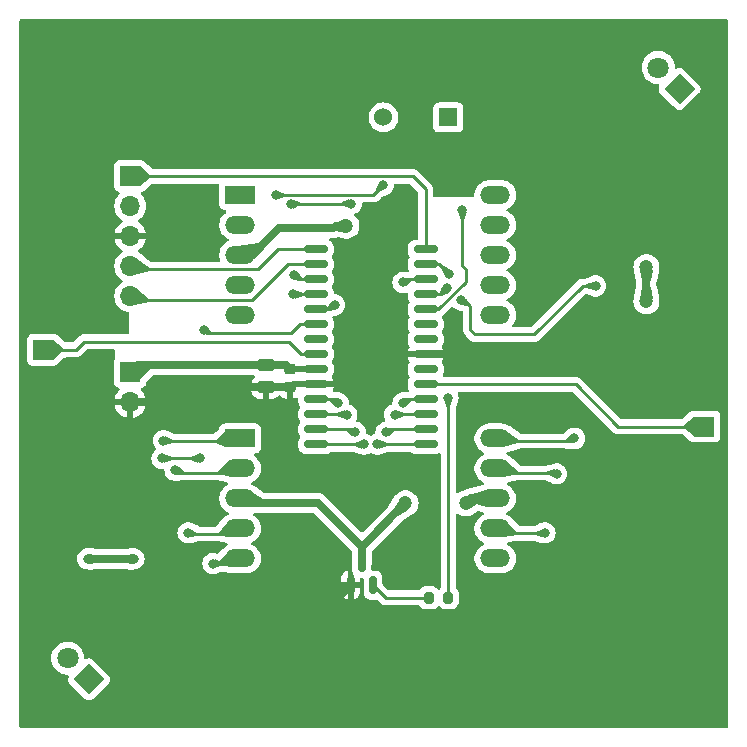
<source format=gbr>
%TF.GenerationSoftware,KiCad,Pcbnew,8.0.1*%
%TF.CreationDate,2024-04-22T14:35:34+03:00*%
%TF.ProjectId,Zar Electronic,5a617220-456c-4656-9374-726f6e69632e,rev?*%
%TF.SameCoordinates,Original*%
%TF.FileFunction,Copper,L2,Bot*%
%TF.FilePolarity,Positive*%
%FSLAX46Y46*%
G04 Gerber Fmt 4.6, Leading zero omitted, Abs format (unit mm)*
G04 Created by KiCad (PCBNEW 8.0.1) date 2024-04-22 14:35:34*
%MOMM*%
%LPD*%
G01*
G04 APERTURE LIST*
G04 Aperture macros list*
%AMRoundRect*
0 Rectangle with rounded corners*
0 $1 Rounding radius*
0 $2 $3 $4 $5 $6 $7 $8 $9 X,Y pos of 4 corners*
0 Add a 4 corners polygon primitive as box body*
4,1,4,$2,$3,$4,$5,$6,$7,$8,$9,$2,$3,0*
0 Add four circle primitives for the rounded corners*
1,1,$1+$1,$2,$3*
1,1,$1+$1,$4,$5*
1,1,$1+$1,$6,$7*
1,1,$1+$1,$8,$9*
0 Add four rect primitives between the rounded corners*
20,1,$1+$1,$2,$3,$4,$5,0*
20,1,$1+$1,$4,$5,$6,$7,0*
20,1,$1+$1,$6,$7,$8,$9,0*
20,1,$1+$1,$8,$9,$2,$3,0*%
%AMRotRect*
0 Rectangle, with rotation*
0 The origin of the aperture is its center*
0 $1 length*
0 $2 width*
0 $3 Rotation angle, in degrees counterclockwise*
0 Add horizontal line*
21,1,$1,$2,0,0,$3*%
G04 Aperture macros list end*
%TA.AperFunction,ComponentPad*%
%ADD10R,2.524000X1.524000*%
%TD*%
%TA.AperFunction,ComponentPad*%
%ADD11O,2.524000X1.524000*%
%TD*%
%TA.AperFunction,ComponentPad*%
%ADD12R,1.700000X1.700000*%
%TD*%
%TA.AperFunction,ComponentPad*%
%ADD13RotRect,1.800000X1.800000X135.000000*%
%TD*%
%TA.AperFunction,ComponentPad*%
%ADD14C,1.800000*%
%TD*%
%TA.AperFunction,ComponentPad*%
%ADD15O,1.700000X1.700000*%
%TD*%
%TA.AperFunction,SMDPad,CuDef*%
%ADD16RoundRect,0.225000X-0.250000X0.225000X-0.250000X-0.225000X0.250000X-0.225000X0.250000X0.225000X0*%
%TD*%
%TA.AperFunction,SMDPad,CuDef*%
%ADD17RoundRect,0.250000X-0.475000X0.250000X-0.475000X-0.250000X0.475000X-0.250000X0.475000X0.250000X0*%
%TD*%
%TA.AperFunction,SMDPad,CuDef*%
%ADD18RoundRect,0.150000X0.150000X-0.587500X0.150000X0.587500X-0.150000X0.587500X-0.150000X-0.587500X0*%
%TD*%
%TA.AperFunction,ComponentPad*%
%ADD19R,1.524000X1.524000*%
%TD*%
%TA.AperFunction,ComponentPad*%
%ADD20C,1.524000*%
%TD*%
%TA.AperFunction,SMDPad,CuDef*%
%ADD21RoundRect,0.200000X0.200000X0.275000X-0.200000X0.275000X-0.200000X-0.275000X0.200000X-0.275000X0*%
%TD*%
%TA.AperFunction,SMDPad,CuDef*%
%ADD22RoundRect,0.150000X0.875000X0.150000X-0.875000X0.150000X-0.875000X-0.150000X0.875000X-0.150000X0*%
%TD*%
%TA.AperFunction,ViaPad*%
%ADD23C,0.800000*%
%TD*%
%TA.AperFunction,ViaPad*%
%ADD24C,1.200000*%
%TD*%
%TA.AperFunction,Conductor*%
%ADD25C,0.700000*%
%TD*%
%TA.AperFunction,Conductor*%
%ADD26C,0.500000*%
%TD*%
%TA.AperFunction,Conductor*%
%ADD27C,0.250000*%
%TD*%
G04 APERTURE END LIST*
D10*
%TO.P,U2,1,E*%
%TO.N,/E*%
X117200000Y-79500000D03*
D11*
%TO.P,U2,2,D*%
%TO.N,/D*%
X117200000Y-82042400D03*
%TO.P,U2,3,CC*%
%TO.N,Net-(Q3-C)*%
X117195000Y-84582400D03*
%TO.P,U2,4,C*%
%TO.N,/C*%
X117195000Y-87122400D03*
%TO.P,U2,5,DP*%
%TO.N,/DP*%
X117200000Y-89662400D03*
%TO.P,U2,6,B*%
%TO.N,/B*%
X138800000Y-89662400D03*
%TO.P,U2,7,A*%
%TO.N,/A*%
X138795000Y-87122400D03*
%TO.P,U2,8,CC*%
%TO.N,Net-(Q3-C)*%
X138795000Y-84582400D03*
%TO.P,U2,9,F*%
%TO.N,/F*%
X138800000Y-82042400D03*
%TO.P,U2,10,G*%
%TO.N,/G*%
X138800000Y-79500000D03*
%TD*%
D12*
%TO.P,J3,1,Pin_1*%
%TO.N,Net-(J3-Pin_1)*%
X156500000Y-78500000D03*
%TD*%
%TO.P,J2,1,Pin_1*%
%TO.N,Net-(J2-Pin_1)*%
X100500000Y-72000000D03*
%TD*%
D10*
%TO.P,U3,1,E*%
%TO.N,/E*%
X117200000Y-58900000D03*
D11*
%TO.P,U3,2,D*%
%TO.N,/D*%
X117200000Y-61442400D03*
%TO.P,U3,3,CC*%
%TO.N,Net-(Q1-C)*%
X117195000Y-63982400D03*
%TO.P,U3,4,C*%
%TO.N,/C*%
X117195000Y-66522400D03*
%TO.P,U3,5,DP*%
%TO.N,/DP*%
X117200000Y-69062400D03*
%TO.P,U3,6,B*%
%TO.N,/B*%
X138800000Y-69062400D03*
%TO.P,U3,7,A*%
%TO.N,/A*%
X138795000Y-66522400D03*
%TO.P,U3,8,CC*%
%TO.N,Net-(Q1-C)*%
X138795000Y-63982400D03*
%TO.P,U3,9,F*%
%TO.N,/F*%
X138800000Y-61442400D03*
%TO.P,U3,10,G*%
%TO.N,/G*%
X138800000Y-58900000D03*
%TD*%
D13*
%TO.P,D2,1,K*%
%TO.N,Net-(D2-K)*%
X104401561Y-99901561D03*
D14*
%TO.P,D2,2,A*%
%TO.N,/VDD*%
X102605510Y-98105510D03*
%TD*%
D13*
%TO.P,Q6,1,C*%
%TO.N,Net-(Q6-C)*%
X154401562Y-49901562D03*
D14*
%TO.P,Q6,2,E*%
%TO.N,/ADC*%
X152605511Y-48105511D03*
%TD*%
D12*
%TO.P,J4,1,Pin_1*%
%TO.N,/MCLR*%
X107900000Y-57300000D03*
D15*
%TO.P,J4,2,Pin_2*%
%TO.N,/VDD*%
X107900000Y-59840000D03*
%TO.P,J4,3,Pin_3*%
%TO.N,GND*%
X107900000Y-62380000D03*
%TO.P,J4,4,Pin_4*%
%TO.N,/PGD*%
X107900000Y-64920000D03*
%TO.P,J4,5,Pin_5*%
%TO.N,/PGC*%
X107900000Y-67460000D03*
%TD*%
D12*
%TO.P,J1,1,Pin_1*%
%TO.N,/VDD*%
X107900000Y-73900000D03*
D15*
%TO.P,J1,2,Pin_2*%
%TO.N,GND*%
X107900000Y-76440000D03*
%TD*%
D16*
%TO.P,C1,1*%
%TO.N,/VDD*%
X121412000Y-73634000D03*
%TO.P,C1,2*%
%TO.N,GND*%
X121412000Y-75184000D03*
%TD*%
D17*
%TO.P,C2,1*%
%TO.N,/VDD*%
X119380000Y-73284000D03*
%TO.P,C2,2*%
%TO.N,GND*%
X119380000Y-75184000D03*
%TD*%
D18*
%TO.P,Q3,1,B*%
%TO.N,Net-(Q3-B)*%
X128450000Y-91937500D03*
%TO.P,Q3,2,E*%
%TO.N,GND*%
X126550000Y-91937500D03*
%TO.P,Q3,3,C*%
%TO.N,Net-(Q3-C)*%
X127500000Y-90062500D03*
%TD*%
D19*
%TO.P,BZ1,1,-*%
%TO.N,Net-(BZ1--)*%
X134823200Y-52324000D03*
D20*
%TO.P,BZ1,2,+*%
%TO.N,Net-(BZ1-+)*%
X129336800Y-52324000D03*
%TD*%
D21*
%TO.P,R11,1*%
%TO.N,/PWM1*%
X134825000Y-93000000D03*
%TO.P,R11,2*%
%TO.N,Net-(Q3-B)*%
X133175000Y-93000000D03*
%TD*%
D22*
%TO.P,U1,1,MCLR/RE3*%
%TO.N,/MCLR*%
X132920000Y-63500000D03*
%TO.P,U1,2,RA0*%
%TO.N,/PWM1*%
X132920000Y-64770000D03*
%TO.P,U1,3,RA1*%
%TO.N,/PWM2*%
X132920000Y-66040000D03*
%TO.P,U1,4,RA2*%
%TO.N,/DAC*%
X132920000Y-67310000D03*
%TO.P,U1,5,RA3*%
%TO.N,/ADC*%
X132920000Y-68580000D03*
%TO.P,U1,6,RA4*%
%TO.N,unconnected-(U1-RA4-Pad6)*%
X132920000Y-69850000D03*
%TO.P,U1,7,RA5*%
%TO.N,unconnected-(U1-RA5-Pad7)*%
X132920000Y-71120000D03*
%TO.P,U1,8,VSS*%
%TO.N,GND*%
X132920000Y-72390000D03*
%TO.P,U1,9,RA7*%
%TO.N,unconnected-(U1-RA7-Pad9)*%
X132920000Y-73660000D03*
%TO.P,U1,10,RA6*%
%TO.N,Net-(J3-Pin_1)*%
X132920000Y-74930000D03*
%TO.P,U1,11,RC0*%
%TO.N,/sG*%
X132920000Y-76200000D03*
%TO.P,U1,12,RC1*%
%TO.N,/sF*%
X132920000Y-77470000D03*
%TO.P,U1,13,RC2*%
%TO.N,/sA*%
X132920000Y-78740000D03*
%TO.P,U1,14,RC3*%
%TO.N,/sB*%
X132920000Y-80010000D03*
%TO.P,U1,15,RC4*%
%TO.N,/sDP*%
X123620000Y-80010000D03*
%TO.P,U1,16,RC5*%
%TO.N,/sC*%
X123620000Y-78740000D03*
%TO.P,U1,17,RC6*%
%TO.N,/sD*%
X123620000Y-77470000D03*
%TO.P,U1,18,RC7*%
%TO.N,/sE*%
X123620000Y-76200000D03*
%TO.P,U1,19,VSS*%
%TO.N,GND*%
X123620000Y-74930000D03*
%TO.P,U1,20,VDD*%
%TO.N,/VDD*%
X123620000Y-73660000D03*
%TO.P,U1,21,RB0*%
%TO.N,Net-(J2-Pin_1)*%
X123620000Y-72390000D03*
%TO.P,U1,22,RB1*%
%TO.N,unconnected-(U1-RB1-Pad22)*%
X123620000Y-71120000D03*
%TO.P,U1,23,RB2*%
%TO.N,/IR_EN*%
X123620000Y-69850000D03*
%TO.P,U1,24,RB3*%
%TO.N,Net-(U1-RB3)*%
X123620000Y-68580000D03*
%TO.P,U1,25,RB4*%
%TO.N,Net-(BZ1-+)*%
X123620000Y-67310000D03*
%TO.P,U1,26,RB5*%
%TO.N,Net-(BZ1--)*%
X123620000Y-66040000D03*
%TO.P,U1,27,RB6/PGC*%
%TO.N,/PGC*%
X123620000Y-64770000D03*
%TO.P,U1,28,RB7/PGD*%
%TO.N,/PGD*%
X123620000Y-63500000D03*
%TD*%
D23*
%TO.N,GND*%
X131800000Y-94300000D03*
X130900000Y-94300000D03*
X130000000Y-94300000D03*
X131800000Y-91800000D03*
X130900000Y-91800000D03*
X130000000Y-91800000D03*
X110900000Y-56200000D03*
X111800000Y-56200000D03*
X112700000Y-56200000D03*
X110000000Y-56200000D03*
X112700000Y-58400000D03*
X111800000Y-58400000D03*
X110900000Y-58400000D03*
X110000000Y-58400000D03*
D24*
%TO.N,/VDD*%
X151600000Y-67900000D03*
X151600000Y-65000000D03*
D23*
%TO.N,GND*%
X129000000Y-70000000D03*
X135500000Y-70000000D03*
X135500000Y-69000000D03*
X129000000Y-73000000D03*
D24*
X148800000Y-64700000D03*
X112500000Y-93300000D03*
D23*
X135500000Y-73000000D03*
X119000000Y-52000000D03*
X129000000Y-71000000D03*
X129000000Y-72000000D03*
X135500000Y-72000000D03*
X135500000Y-71000000D03*
D24*
X130500000Y-64000000D03*
D23*
X129000000Y-69000000D03*
D24*
%TO.N,Net-(Q1-C)*%
X126200000Y-61500000D03*
%TO.N,Net-(Q3-C)*%
X136300000Y-85000000D03*
X131200000Y-85000000D03*
D23*
%TO.N,/A*%
X143000000Y-87500000D03*
%TO.N,/sA*%
X129550000Y-79000000D03*
%TO.N,/sB*%
X128825000Y-80000000D03*
%TO.N,/sC*%
X126950000Y-79000000D03*
%TO.N,/C*%
X112800000Y-87500000D03*
%TO.N,/sD*%
X126225000Y-77500000D03*
%TO.N,/D*%
X111700000Y-82200000D03*
%TO.N,/E*%
X110700000Y-79700000D03*
%TO.N,/sE*%
X125500000Y-76500000D03*
%TO.N,/sF*%
X130275000Y-77500000D03*
%TO.N,/F*%
X144000000Y-82500000D03*
%TO.N,/G*%
X145500000Y-79500000D03*
%TO.N,/sG*%
X131000000Y-76500000D03*
%TO.N,/sDP*%
X127675000Y-80000000D03*
%TO.N,/DP*%
X114900000Y-90100000D03*
%TO.N,/PWM2*%
X131000000Y-66300000D03*
%TO.N,/PWM1*%
X134900000Y-65600000D03*
X134800000Y-76100000D03*
%TO.N,Net-(U1-RB3)*%
X125200000Y-68200000D03*
%TO.N,Net-(BZ1-+)*%
X121700000Y-67300000D03*
X129336800Y-58025000D03*
X120200000Y-58900000D03*
%TO.N,Net-(BZ1--)*%
X126600000Y-59625000D03*
X121800000Y-65700000D03*
X121500000Y-59700000D03*
%TO.N,Net-(Q7-E)*%
X104300000Y-89700000D03*
X108200000Y-89700000D03*
%TO.N,/ADC*%
X136000000Y-60200000D03*
%TO.N,/IR_EN*%
X113800000Y-81200000D03*
X110600000Y-81200000D03*
X114100000Y-70300000D03*
%TO.N,/DAC*%
X134699847Y-66799847D03*
X147300000Y-66600000D03*
X135900000Y-67800000D03*
%TD*%
D25*
%TO.N,/VDD*%
X151600000Y-67900000D02*
X151600000Y-65000000D01*
D26*
X123594000Y-73634000D02*
X123620000Y-73660000D01*
D25*
X108516000Y-73284000D02*
X119380000Y-73284000D01*
X107900000Y-73900000D02*
X108516000Y-73284000D01*
X121062000Y-73284000D02*
X121412000Y-73634000D01*
D26*
X121412000Y-73634000D02*
X123594000Y-73634000D01*
D25*
X119380000Y-73284000D02*
X121062000Y-73284000D01*
%TO.N,GND*%
X116560000Y-76440000D02*
X117816000Y-75184000D01*
X125187500Y-93300000D02*
X126550000Y-91937500D01*
D26*
X121666000Y-74930000D02*
X123620000Y-74930000D01*
D25*
X117816000Y-75184000D02*
X119380000Y-75184000D01*
X148800000Y-71600000D02*
X148010000Y-72390000D01*
X119380000Y-75184000D02*
X121412000Y-75184000D01*
X148010000Y-72390000D02*
X132920000Y-72390000D01*
X112500000Y-93300000D02*
X125187500Y-93300000D01*
X107900000Y-76440000D02*
X116560000Y-76440000D01*
D26*
X121412000Y-75184000D02*
X121666000Y-74930000D01*
D25*
X148800000Y-64700000D02*
X148800000Y-71600000D01*
D27*
%TO.N,Net-(J2-Pin_1)*%
X121300000Y-71300000D02*
X122390000Y-72390000D01*
X100500000Y-72000000D02*
X103300000Y-72000000D01*
X103300000Y-72000000D02*
X104000000Y-71300000D01*
X122390000Y-72390000D02*
X123620000Y-72390000D01*
X104000000Y-71300000D02*
X121300000Y-71300000D01*
%TO.N,Net-(J3-Pin_1)*%
X156500000Y-78500000D02*
X149200000Y-78500000D01*
X145630000Y-74930000D02*
X132920000Y-74930000D01*
X149200000Y-78500000D02*
X145630000Y-74930000D01*
%TO.N,/PGD*%
X118700000Y-65200000D02*
X120400000Y-63500000D01*
X107900000Y-64920000D02*
X108180000Y-65200000D01*
X120400000Y-63500000D02*
X123620000Y-63500000D01*
X108180000Y-65200000D02*
X118700000Y-65200000D01*
%TO.N,/MCLR*%
X132920000Y-58420000D02*
X132920000Y-63500000D01*
X131800000Y-57300000D02*
X132920000Y-58420000D01*
X107900000Y-57300000D02*
X131800000Y-57300000D01*
%TO.N,/PGC*%
X118200000Y-67800000D02*
X121230000Y-64770000D01*
X121230000Y-64770000D02*
X123620000Y-64770000D01*
X107900000Y-67460000D02*
X108240000Y-67800000D01*
X108240000Y-67800000D02*
X118200000Y-67800000D01*
D25*
%TO.N,Net-(Q1-C)*%
X125100000Y-61700000D02*
X120500000Y-61700000D01*
X126200000Y-61500000D02*
X125300000Y-61500000D01*
X120500000Y-61700000D02*
X118293600Y-63906400D01*
X118293600Y-63906400D02*
X117084000Y-63906400D01*
X125300000Y-61500000D02*
X125100000Y-61700000D01*
D27*
%TO.N,Net-(Q3-B)*%
X128450000Y-91937500D02*
X129512500Y-93000000D01*
X129512500Y-93000000D02*
X133175000Y-93000000D01*
D25*
%TO.N,Net-(Q3-C)*%
X138795000Y-84582400D02*
X136717600Y-84582400D01*
X131200000Y-85000000D02*
X127500000Y-88700000D01*
X117576600Y-84964000D02*
X117195000Y-84582400D01*
X123764000Y-84964000D02*
X117576600Y-84964000D01*
X136717600Y-84582400D02*
X136300000Y-85000000D01*
X127500000Y-88700000D02*
X123764000Y-84964000D01*
X127500000Y-88700000D02*
X127500000Y-90062500D01*
D27*
%TO.N,/A*%
X142946000Y-87554000D02*
X143000000Y-87500000D01*
X139226600Y-87554000D02*
X142946000Y-87554000D01*
X138795000Y-87122400D02*
X139226600Y-87554000D01*
%TO.N,/sA*%
X132920000Y-78740000D02*
X129810000Y-78740000D01*
X129810000Y-78740000D02*
X129550000Y-79000000D01*
%TO.N,/sB*%
X128835000Y-80010000D02*
X128825000Y-80000000D01*
X132920000Y-80010000D02*
X128835000Y-80010000D01*
%TO.N,/sC*%
X123620000Y-78740000D02*
X126690000Y-78740000D01*
X126690000Y-78740000D02*
X126950000Y-79000000D01*
%TO.N,/C*%
X112900000Y-87600000D02*
X112800000Y-87500000D01*
X117084000Y-87554000D02*
X117038000Y-87600000D01*
X117038000Y-87600000D02*
X112900000Y-87600000D01*
%TO.N,/sD*%
X126195000Y-77470000D02*
X126225000Y-77500000D01*
X123620000Y-77470000D02*
X126195000Y-77470000D01*
%TO.N,/D*%
X115981600Y-82042400D02*
X117200000Y-82042400D01*
X111924000Y-82424000D02*
X111700000Y-82200000D01*
X115600000Y-82424000D02*
X111924000Y-82424000D01*
X115600000Y-82424000D02*
X115981600Y-82042400D01*
%TO.N,/E*%
X116968400Y-79731600D02*
X110731600Y-79731600D01*
X117200000Y-79500000D02*
X116968400Y-79731600D01*
X110731600Y-79731600D02*
X110700000Y-79700000D01*
%TO.N,/sE*%
X123620000Y-76200000D02*
X125200000Y-76200000D01*
X125200000Y-76200000D02*
X125500000Y-76500000D01*
%TO.N,/sF*%
X132920000Y-77470000D02*
X130305000Y-77470000D01*
X130305000Y-77470000D02*
X130275000Y-77500000D01*
%TO.N,/F*%
X138800000Y-82042400D02*
X139181600Y-82424000D01*
X139181600Y-82424000D02*
X143924000Y-82424000D01*
X143924000Y-82424000D02*
X144000000Y-82500000D01*
%TO.N,/G*%
X145268400Y-79731600D02*
X145500000Y-79500000D01*
X138800000Y-79500000D02*
X139031600Y-79731600D01*
X139031600Y-79731600D02*
X145268400Y-79731600D01*
%TO.N,/sG*%
X132920000Y-76200000D02*
X131300000Y-76200000D01*
X131300000Y-76200000D02*
X131000000Y-76500000D01*
%TO.N,/sDP*%
X123620000Y-80010000D02*
X127665000Y-80010000D01*
X127665000Y-80010000D02*
X127675000Y-80000000D01*
%TO.N,/DP*%
X117200000Y-89662400D02*
X116762400Y-90100000D01*
X116762400Y-90100000D02*
X114900000Y-90100000D01*
%TO.N,/PWM2*%
X131000000Y-66300000D02*
X131260000Y-66040000D01*
X131260000Y-66040000D02*
X132920000Y-66040000D01*
%TO.N,/PWM1*%
X134070000Y-64770000D02*
X132920000Y-64770000D01*
X134825000Y-76125000D02*
X134800000Y-76100000D01*
X134900000Y-65600000D02*
X134070000Y-64770000D01*
X134825000Y-93000000D02*
X134825000Y-76125000D01*
%TO.N,Net-(U1-RB3)*%
X124820000Y-68580000D02*
X123620000Y-68580000D01*
X125200000Y-68200000D02*
X124820000Y-68580000D01*
%TO.N,Net-(BZ1-+)*%
X121700000Y-67300000D02*
X123610000Y-67300000D01*
X129336800Y-58025000D02*
X128461800Y-58900000D01*
X128461800Y-58900000D02*
X120200000Y-58900000D01*
X123610000Y-67300000D02*
X123620000Y-67310000D01*
%TO.N,Net-(BZ1--)*%
X122140000Y-66040000D02*
X123620000Y-66040000D01*
X121800000Y-65700000D02*
X122140000Y-66040000D01*
X121575000Y-59625000D02*
X121500000Y-59700000D01*
X126600000Y-59625000D02*
X121575000Y-59625000D01*
D25*
%TO.N,Net-(Q7-E)*%
X104300000Y-89700000D02*
X108200000Y-89700000D01*
D27*
%TO.N,/ADC*%
X133944999Y-68580000D02*
X132920000Y-68580000D01*
X136000000Y-60200000D02*
X136000000Y-64900000D01*
X136300000Y-66224999D02*
X133944999Y-68580000D01*
X136000000Y-64900000D02*
X136300000Y-65200000D01*
X136300000Y-65200000D02*
X136300000Y-66224999D01*
%TO.N,/IR_EN*%
X111200000Y-81200000D02*
X113800000Y-81200000D01*
X122250000Y-69850000D02*
X123620000Y-69850000D01*
X110600000Y-81200000D02*
X111200000Y-81200000D01*
X114100000Y-70300000D02*
X114400000Y-70600000D01*
X114400000Y-70600000D02*
X121500000Y-70600000D01*
X121500000Y-70600000D02*
X122250000Y-69850000D01*
%TO.N,/DAC*%
X136700000Y-70200000D02*
X136700000Y-68300000D01*
X136200000Y-67800000D02*
X135900000Y-67800000D01*
X137100000Y-70700000D02*
X136700000Y-70300000D01*
X134699847Y-66799847D02*
X134189694Y-67310000D01*
X147300000Y-66600000D02*
X146200000Y-66600000D01*
X134189694Y-67310000D02*
X132920000Y-67310000D01*
X141800000Y-70700000D02*
X137100000Y-70700000D01*
X146200000Y-66600000D02*
X142100000Y-70700000D01*
X136700000Y-70300000D02*
X136700000Y-70200000D01*
X136500000Y-68100000D02*
X136200000Y-67800000D01*
X136700000Y-68300000D02*
X136500000Y-68100000D01*
X142100000Y-70700000D02*
X141800000Y-70700000D01*
%TD*%
%TA.AperFunction,Conductor*%
%TO.N,GND*%
G36*
X115384193Y-57945185D02*
G01*
X115429948Y-57997989D01*
X115440443Y-58062756D01*
X115437500Y-58090119D01*
X115437500Y-59709870D01*
X115437501Y-59709876D01*
X115443908Y-59769483D01*
X115494202Y-59904328D01*
X115494206Y-59904335D01*
X115580452Y-60019544D01*
X115580455Y-60019547D01*
X115695664Y-60105793D01*
X115695671Y-60105797D01*
X115830517Y-60156091D01*
X115830516Y-60156091D01*
X115837444Y-60156835D01*
X115890127Y-60162500D01*
X115932104Y-60162499D01*
X115999141Y-60182182D01*
X116044897Y-60234985D01*
X116054842Y-60304143D01*
X116025819Y-60367700D01*
X116004990Y-60386816D01*
X115877542Y-60479414D01*
X115877533Y-60479421D01*
X115737021Y-60619933D01*
X115620213Y-60780705D01*
X115529994Y-60957767D01*
X115529993Y-60957770D01*
X115468587Y-61146762D01*
X115437500Y-61343039D01*
X115437500Y-61541760D01*
X115468587Y-61738037D01*
X115529993Y-61927029D01*
X115529994Y-61927032D01*
X115556933Y-61979901D01*
X115620213Y-62104094D01*
X115737019Y-62264864D01*
X115877536Y-62405381D01*
X116038306Y-62522187D01*
X116165153Y-62586819D01*
X116192280Y-62600641D01*
X116243076Y-62648616D01*
X116259871Y-62716437D01*
X116237333Y-62782572D01*
X116192280Y-62821611D01*
X116033305Y-62902613D01*
X115872533Y-63019421D01*
X115732021Y-63159933D01*
X115615213Y-63320705D01*
X115524994Y-63497767D01*
X115524993Y-63497770D01*
X115463587Y-63686762D01*
X115454210Y-63745965D01*
X115432500Y-63883039D01*
X115432500Y-64081761D01*
X115438243Y-64118019D01*
X115463587Y-64278037D01*
X115507173Y-64412182D01*
X115509168Y-64482023D01*
X115473087Y-64541856D01*
X115410386Y-64572684D01*
X115389242Y-64574500D01*
X109755320Y-64574500D01*
X109688281Y-64554815D01*
X109682557Y-64550907D01*
X109418576Y-64359603D01*
X108812406Y-63920318D01*
X108797492Y-63907596D01*
X108771402Y-63881506D01*
X108771401Y-63881505D01*
X108587267Y-63752573D01*
X108585405Y-63751269D01*
X108541781Y-63696692D01*
X108534588Y-63627193D01*
X108566110Y-63564839D01*
X108585405Y-63548119D01*
X108771082Y-63418105D01*
X108938105Y-63251082D01*
X109073600Y-63057578D01*
X109173429Y-62843492D01*
X109173432Y-62843486D01*
X109230636Y-62630000D01*
X108333012Y-62630000D01*
X108365925Y-62572993D01*
X108400000Y-62445826D01*
X108400000Y-62314174D01*
X108365925Y-62187007D01*
X108333012Y-62130000D01*
X109230636Y-62130000D01*
X109230635Y-62129999D01*
X109173432Y-61916513D01*
X109173429Y-61916507D01*
X109073600Y-61702422D01*
X109073599Y-61702420D01*
X108938113Y-61508926D01*
X108938108Y-61508920D01*
X108771078Y-61341890D01*
X108585405Y-61211879D01*
X108541780Y-61157302D01*
X108534588Y-61087804D01*
X108566110Y-61025449D01*
X108585406Y-61008730D01*
X108771401Y-60878495D01*
X108938495Y-60711401D01*
X109074035Y-60517830D01*
X109173903Y-60303663D01*
X109235063Y-60075408D01*
X109255659Y-59840000D01*
X109235063Y-59604592D01*
X109173903Y-59376337D01*
X109074035Y-59162171D01*
X109035849Y-59107636D01*
X108938496Y-58968600D01*
X108938495Y-58968599D01*
X108816567Y-58846671D01*
X108783084Y-58785351D01*
X108788068Y-58715659D01*
X108829939Y-58659725D01*
X108860912Y-58642812D01*
X108861022Y-58642771D01*
X108895194Y-58630024D01*
X108901367Y-58628121D01*
X108901327Y-58627995D01*
X108907030Y-58626146D01*
X108914069Y-58623865D01*
X108964618Y-58604433D01*
X108964623Y-58604429D01*
X108969354Y-58602611D01*
X108973251Y-58600911D01*
X108992331Y-58593796D01*
X109047166Y-58552744D01*
X109055237Y-58547187D01*
X109086260Y-58527592D01*
X109510795Y-58165489D01*
X109757391Y-57955157D01*
X109821171Y-57926628D01*
X109837860Y-57925500D01*
X115317154Y-57925500D01*
X115384193Y-57945185D01*
G37*
%TD.AperFunction*%
%TA.AperFunction,Conductor*%
G36*
X158443039Y-44019685D02*
G01*
X158488794Y-44072489D01*
X158500000Y-44124000D01*
X158500000Y-103876000D01*
X158480315Y-103943039D01*
X158427511Y-103988794D01*
X158376000Y-104000000D01*
X98624000Y-104000000D01*
X98556961Y-103980315D01*
X98511206Y-103927511D01*
X98500000Y-103876000D01*
X98500000Y-98105516D01*
X101200210Y-98105516D01*
X101219374Y-98336807D01*
X101219376Y-98336818D01*
X101276352Y-98561810D01*
X101369585Y-98774358D01*
X101496526Y-98968657D01*
X101496529Y-98968661D01*
X101496531Y-98968663D01*
X101653726Y-99139423D01*
X101653729Y-99139425D01*
X101653732Y-99139428D01*
X101836875Y-99281974D01*
X101836881Y-99281978D01*
X101836884Y-99281980D01*
X102041007Y-99392446D01*
X102154997Y-99431578D01*
X102260525Y-99467807D01*
X102260527Y-99467807D01*
X102260529Y-99467808D01*
X102489461Y-99506010D01*
X102489462Y-99506010D01*
X102566241Y-99506010D01*
X102633280Y-99525695D01*
X102679035Y-99578499D01*
X102688979Y-99647657D01*
X102679035Y-99681522D01*
X102643603Y-99759104D01*
X102623122Y-99901561D01*
X102643603Y-100044017D01*
X102703390Y-100174931D01*
X102703391Y-100174932D01*
X102703392Y-100174934D01*
X102741011Y-100221617D01*
X102741014Y-100221620D01*
X102741019Y-100221626D01*
X104081489Y-101562094D01*
X104081505Y-101562110D01*
X104128188Y-101599730D01*
X104259104Y-101659518D01*
X104259103Y-101659518D01*
X104277010Y-101662092D01*
X104401561Y-101680000D01*
X104544018Y-101659518D01*
X104674934Y-101599730D01*
X104721617Y-101562111D01*
X106062110Y-100221617D01*
X106099730Y-100174934D01*
X106159518Y-100044018D01*
X106180000Y-99901561D01*
X106159518Y-99759104D01*
X106099730Y-99628188D01*
X106062111Y-99581505D01*
X106062106Y-99581500D01*
X106062102Y-99581495D01*
X104721624Y-98241019D01*
X104721617Y-98241012D01*
X104674934Y-98203392D01*
X104577918Y-98159086D01*
X104544016Y-98143603D01*
X104544018Y-98143603D01*
X104401561Y-98123122D01*
X104259106Y-98143603D01*
X104183420Y-98178168D01*
X104114262Y-98188111D01*
X104050706Y-98159086D01*
X104012932Y-98100307D01*
X104008333Y-98075618D01*
X103991644Y-97874205D01*
X103934667Y-97649210D01*
X103841434Y-97436661D01*
X103714493Y-97242362D01*
X103714490Y-97242359D01*
X103714489Y-97242357D01*
X103557294Y-97071597D01*
X103557289Y-97071593D01*
X103557287Y-97071591D01*
X103374144Y-96929045D01*
X103374138Y-96929041D01*
X103170014Y-96818574D01*
X103170005Y-96818571D01*
X102950494Y-96743212D01*
X102778792Y-96714560D01*
X102721559Y-96705010D01*
X102489461Y-96705010D01*
X102443674Y-96712650D01*
X102260525Y-96743212D01*
X102041014Y-96818571D01*
X102041005Y-96818574D01*
X101836881Y-96929041D01*
X101836875Y-96929045D01*
X101653732Y-97071591D01*
X101653729Y-97071594D01*
X101496526Y-97242362D01*
X101369585Y-97436661D01*
X101276352Y-97649209D01*
X101219376Y-97874201D01*
X101219374Y-97874212D01*
X101200210Y-98105503D01*
X101200210Y-98105516D01*
X98500000Y-98105516D01*
X98500000Y-92187500D01*
X125750000Y-92187500D01*
X125750000Y-92590649D01*
X125752899Y-92627489D01*
X125752900Y-92627495D01*
X125798716Y-92785193D01*
X125798717Y-92785196D01*
X125882314Y-92926552D01*
X125882321Y-92926561D01*
X125998438Y-93042678D01*
X125998447Y-93042685D01*
X126139801Y-93126281D01*
X126297514Y-93172100D01*
X126297511Y-93172100D01*
X126299998Y-93172295D01*
X126300000Y-93172295D01*
X126300000Y-92187500D01*
X126800000Y-92187500D01*
X126800000Y-93172295D01*
X126800001Y-93172295D01*
X126802486Y-93172100D01*
X126960198Y-93126281D01*
X127101552Y-93042685D01*
X127101561Y-93042678D01*
X127217678Y-92926561D01*
X127217685Y-92926552D01*
X127301282Y-92785196D01*
X127301283Y-92785193D01*
X127347099Y-92627495D01*
X127347100Y-92627489D01*
X127349999Y-92590649D01*
X127350000Y-92590634D01*
X127350000Y-92187500D01*
X126800000Y-92187500D01*
X126300000Y-92187500D01*
X125750000Y-92187500D01*
X98500000Y-92187500D01*
X98500000Y-91687500D01*
X125750000Y-91687500D01*
X126300000Y-91687500D01*
X126300000Y-90702703D01*
X126297503Y-90702900D01*
X126139806Y-90748716D01*
X126139803Y-90748717D01*
X125998447Y-90832314D01*
X125998438Y-90832321D01*
X125882321Y-90948438D01*
X125882314Y-90948447D01*
X125798717Y-91089803D01*
X125798716Y-91089806D01*
X125752900Y-91247504D01*
X125752899Y-91247510D01*
X125750000Y-91284350D01*
X125750000Y-91687500D01*
X98500000Y-91687500D01*
X98500000Y-89700000D01*
X103394540Y-89700000D01*
X103414326Y-89888256D01*
X103414327Y-89888259D01*
X103472818Y-90068277D01*
X103472821Y-90068284D01*
X103567467Y-90232216D01*
X103675669Y-90352386D01*
X103694129Y-90372888D01*
X103847265Y-90484148D01*
X103847270Y-90484151D01*
X104020192Y-90561142D01*
X104020197Y-90561144D01*
X104205354Y-90600500D01*
X104298707Y-90600500D01*
X104308662Y-90600900D01*
X104310603Y-90601056D01*
X104343931Y-90603741D01*
X105120563Y-90555201D01*
X105158727Y-90551357D01*
X105158727Y-90551356D01*
X105161039Y-90551124D01*
X105173466Y-90550500D01*
X107344084Y-90550500D01*
X107369346Y-90553100D01*
X107379437Y-90555201D01*
X108156068Y-90603741D01*
X108171024Y-90604453D01*
X108171725Y-90604476D01*
X108171737Y-90604476D01*
X108192183Y-90603741D01*
X108241087Y-90601984D01*
X108241097Y-90601981D01*
X108242781Y-90601742D01*
X108260288Y-90600500D01*
X108294644Y-90600500D01*
X108294646Y-90600500D01*
X108479803Y-90561144D01*
X108652730Y-90484151D01*
X108805871Y-90372888D01*
X108932533Y-90232216D01*
X109027179Y-90068284D01*
X109085674Y-89888256D01*
X109105460Y-89700000D01*
X109085674Y-89511744D01*
X109027179Y-89331716D01*
X108932533Y-89167784D01*
X108805871Y-89027112D01*
X108805870Y-89027111D01*
X108652734Y-88915851D01*
X108652729Y-88915848D01*
X108479807Y-88838857D01*
X108479802Y-88838855D01*
X108334001Y-88807865D01*
X108294646Y-88799500D01*
X108294645Y-88799500D01*
X108201307Y-88799500D01*
X108191352Y-88799100D01*
X108177882Y-88798015D01*
X108156071Y-88796258D01*
X108156069Y-88796258D01*
X108156068Y-88796258D01*
X107379414Y-88844799D01*
X107338964Y-88848875D01*
X107326534Y-88849500D01*
X105155921Y-88849500D01*
X105130652Y-88846898D01*
X105120562Y-88844798D01*
X104572325Y-88810533D01*
X104343889Y-88796256D01*
X104328891Y-88795542D01*
X104328278Y-88795522D01*
X104328261Y-88795522D01*
X104307844Y-88796256D01*
X104258912Y-88798015D01*
X104258909Y-88798015D01*
X104257212Y-88798258D01*
X104239703Y-88799500D01*
X104205354Y-88799500D01*
X104172897Y-88806398D01*
X104020197Y-88838855D01*
X104020192Y-88838857D01*
X103847270Y-88915848D01*
X103847265Y-88915851D01*
X103694129Y-89027111D01*
X103567466Y-89167785D01*
X103472821Y-89331715D01*
X103472818Y-89331722D01*
X103414327Y-89511740D01*
X103414326Y-89511744D01*
X103394540Y-89700000D01*
X98500000Y-89700000D01*
X98500000Y-72897870D01*
X99149500Y-72897870D01*
X99149501Y-72897876D01*
X99155908Y-72957483D01*
X99206202Y-73092328D01*
X99206206Y-73092335D01*
X99292452Y-73207544D01*
X99292455Y-73207547D01*
X99407664Y-73293793D01*
X99407671Y-73293797D01*
X99542517Y-73344091D01*
X99542516Y-73344091D01*
X99549444Y-73344835D01*
X99602127Y-73350500D01*
X101351809Y-73350499D01*
X101362214Y-73351097D01*
X101363752Y-73351054D01*
X101363759Y-73351055D01*
X101363765Y-73351053D01*
X101372620Y-73350808D01*
X101372623Y-73350923D01*
X101377589Y-73350499D01*
X101397871Y-73350499D01*
X101397872Y-73350499D01*
X101457483Y-73344091D01*
X101495199Y-73330023D01*
X101501367Y-73328121D01*
X101501327Y-73327995D01*
X101507030Y-73326146D01*
X101514069Y-73323865D01*
X101564618Y-73304433D01*
X101564623Y-73304429D01*
X101569354Y-73302611D01*
X101573251Y-73300911D01*
X101592331Y-73293796D01*
X101647166Y-73252744D01*
X101655237Y-73247187D01*
X101686260Y-73227592D01*
X102259396Y-72738741D01*
X102357391Y-72655157D01*
X102421171Y-72626628D01*
X102437860Y-72625500D01*
X103361607Y-72625500D01*
X103422029Y-72613481D01*
X103482452Y-72601463D01*
X103482455Y-72601461D01*
X103482458Y-72601461D01*
X103515787Y-72587654D01*
X103515786Y-72587654D01*
X103515792Y-72587652D01*
X103596286Y-72554312D01*
X103657955Y-72513105D01*
X103698733Y-72485858D01*
X103785858Y-72398733D01*
X103785859Y-72398730D01*
X104222773Y-71961816D01*
X104284095Y-71928334D01*
X104310453Y-71925500D01*
X106476000Y-71925500D01*
X106543039Y-71945185D01*
X106588794Y-71997989D01*
X106600000Y-72049500D01*
X106600000Y-72718773D01*
X106610903Y-72738741D01*
X106605919Y-72808432D01*
X106555908Y-72942517D01*
X106549501Y-73002116D01*
X106549500Y-73002135D01*
X106549500Y-74797870D01*
X106549501Y-74797876D01*
X106555908Y-74857483D01*
X106606202Y-74992328D01*
X106606206Y-74992335D01*
X106692452Y-75107544D01*
X106692455Y-75107547D01*
X106807664Y-75193793D01*
X106807671Y-75193797D01*
X106807674Y-75193798D01*
X106939598Y-75243002D01*
X106995531Y-75284873D01*
X107019949Y-75350337D01*
X107005098Y-75418610D01*
X106983947Y-75446865D01*
X106861886Y-75568926D01*
X106726400Y-75762420D01*
X106726399Y-75762422D01*
X106626570Y-75976507D01*
X106626567Y-75976513D01*
X106569364Y-76189999D01*
X106569364Y-76190000D01*
X107466988Y-76190000D01*
X107434075Y-76247007D01*
X107400000Y-76374174D01*
X107400000Y-76505826D01*
X107434075Y-76632993D01*
X107466988Y-76690000D01*
X106569364Y-76690000D01*
X106626567Y-76903486D01*
X106626570Y-76903492D01*
X106726399Y-77117578D01*
X106861894Y-77311082D01*
X107028917Y-77478105D01*
X107222421Y-77613600D01*
X107436507Y-77713429D01*
X107436516Y-77713433D01*
X107650000Y-77770634D01*
X107650000Y-76873012D01*
X107707007Y-76905925D01*
X107834174Y-76940000D01*
X107965826Y-76940000D01*
X108092993Y-76905925D01*
X108150000Y-76873012D01*
X108150000Y-77770633D01*
X108363483Y-77713433D01*
X108363492Y-77713429D01*
X108577578Y-77613600D01*
X108771082Y-77478105D01*
X108938105Y-77311082D01*
X109073600Y-77117578D01*
X109173429Y-76903492D01*
X109173432Y-76903486D01*
X109230636Y-76690000D01*
X108333012Y-76690000D01*
X108365925Y-76632993D01*
X108400000Y-76505826D01*
X108400000Y-76374174D01*
X108365925Y-76247007D01*
X108333012Y-76190000D01*
X109230636Y-76190000D01*
X109230635Y-76189999D01*
X109173432Y-75976513D01*
X109173429Y-75976507D01*
X109073600Y-75762422D01*
X109073599Y-75762420D01*
X108938113Y-75568926D01*
X108938108Y-75568920D01*
X108816053Y-75446865D01*
X108809028Y-75434000D01*
X118155001Y-75434000D01*
X118155001Y-75483986D01*
X118165494Y-75586697D01*
X118220641Y-75753119D01*
X118220643Y-75753124D01*
X118312684Y-75902345D01*
X118436654Y-76026315D01*
X118585875Y-76118356D01*
X118585880Y-76118358D01*
X118752302Y-76173505D01*
X118752309Y-76173506D01*
X118855019Y-76183999D01*
X119129999Y-76183999D01*
X119130000Y-76183998D01*
X119130000Y-75434000D01*
X119630000Y-75434000D01*
X119630000Y-76183999D01*
X119904972Y-76183999D01*
X119904986Y-76183998D01*
X120007697Y-76173505D01*
X120174119Y-76118358D01*
X120174124Y-76118356D01*
X120323342Y-76026317D01*
X120450995Y-75898664D01*
X120512318Y-75865179D01*
X120582010Y-75870163D01*
X120626358Y-75898663D01*
X120709271Y-75981575D01*
X120853507Y-76070542D01*
X120853518Y-76070547D01*
X121014393Y-76123855D01*
X121113683Y-76133999D01*
X121161999Y-76133998D01*
X121162000Y-76133998D01*
X121162000Y-75434000D01*
X119630000Y-75434000D01*
X119130000Y-75434000D01*
X118155001Y-75434000D01*
X108809028Y-75434000D01*
X108782568Y-75385542D01*
X108787552Y-75315850D01*
X108829424Y-75259917D01*
X108860400Y-75243002D01*
X108992331Y-75193796D01*
X109107546Y-75107546D01*
X109193796Y-74992331D01*
X109244091Y-74857483D01*
X109250499Y-74797886D01*
X109250499Y-74797882D01*
X109250500Y-74797873D01*
X109250499Y-74759108D01*
X109270182Y-74692070D01*
X109286211Y-74672037D01*
X109779946Y-74171426D01*
X109841036Y-74137519D01*
X109868231Y-74134500D01*
X118344477Y-74134500D01*
X118411516Y-74154185D01*
X118457271Y-74206989D01*
X118467215Y-74276147D01*
X118438190Y-74339703D01*
X118432158Y-74346181D01*
X118312684Y-74465654D01*
X118220643Y-74614875D01*
X118220641Y-74614880D01*
X118165494Y-74781302D01*
X118165493Y-74781309D01*
X118155000Y-74884013D01*
X118155000Y-74934000D01*
X121538000Y-74934000D01*
X121605039Y-74953685D01*
X121650794Y-75006489D01*
X121662000Y-75058000D01*
X121662000Y-76133999D01*
X121710308Y-76133999D01*
X121710322Y-76133998D01*
X121809605Y-76123856D01*
X121931495Y-76083465D01*
X122001324Y-76081063D01*
X122061366Y-76116794D01*
X122092559Y-76179315D01*
X122094500Y-76201171D01*
X122094500Y-76415701D01*
X122097401Y-76452567D01*
X122097402Y-76452573D01*
X122143254Y-76610393D01*
X122143255Y-76610396D01*
X122143256Y-76610398D01*
X122160085Y-76638854D01*
X122226917Y-76751862D01*
X122231702Y-76758031D01*
X122229256Y-76759927D01*
X122255857Y-76808642D01*
X122250873Y-76878334D01*
X122230069Y-76910703D01*
X122231702Y-76911969D01*
X122226917Y-76918137D01*
X122143255Y-77059603D01*
X122143254Y-77059606D01*
X122097402Y-77217426D01*
X122097401Y-77217432D01*
X122094500Y-77254298D01*
X122094500Y-77685701D01*
X122097401Y-77722567D01*
X122097402Y-77722573D01*
X122143254Y-77880393D01*
X122143255Y-77880396D01*
X122226917Y-78021862D01*
X122231702Y-78028031D01*
X122229256Y-78029927D01*
X122255857Y-78078642D01*
X122250873Y-78148334D01*
X122230069Y-78180703D01*
X122231702Y-78181969D01*
X122226917Y-78188137D01*
X122143255Y-78329603D01*
X122143254Y-78329606D01*
X122097402Y-78487426D01*
X122097401Y-78487432D01*
X122094500Y-78524298D01*
X122094500Y-78955701D01*
X122097401Y-78992567D01*
X122097402Y-78992573D01*
X122143254Y-79150393D01*
X122143255Y-79150396D01*
X122143256Y-79150398D01*
X122153538Y-79167784D01*
X122226917Y-79291862D01*
X122231702Y-79298031D01*
X122229256Y-79299927D01*
X122255857Y-79348642D01*
X122250873Y-79418334D01*
X122230069Y-79450703D01*
X122231702Y-79451969D01*
X122226917Y-79458137D01*
X122143255Y-79599603D01*
X122143254Y-79599606D01*
X122097402Y-79757426D01*
X122097401Y-79757432D01*
X122094500Y-79794298D01*
X122094500Y-80225701D01*
X122097401Y-80262567D01*
X122097402Y-80262573D01*
X122143254Y-80420393D01*
X122143255Y-80420396D01*
X122143256Y-80420398D01*
X122180681Y-80483681D01*
X122226917Y-80561862D01*
X122226923Y-80561870D01*
X122343129Y-80678076D01*
X122343133Y-80678079D01*
X122343135Y-80678081D01*
X122484602Y-80761744D01*
X122523879Y-80773155D01*
X122642426Y-80807597D01*
X122642429Y-80807597D01*
X122642431Y-80807598D01*
X122679306Y-80810500D01*
X122679314Y-80810500D01*
X124560686Y-80810500D01*
X124560694Y-80810500D01*
X124597569Y-80807598D01*
X124597571Y-80807597D01*
X124597573Y-80807597D01*
X124678273Y-80784151D01*
X124755398Y-80761744D01*
X124896865Y-80678081D01*
X124899500Y-80675446D01*
X124903128Y-80671819D01*
X124964451Y-80638334D01*
X124990809Y-80635500D01*
X126752326Y-80635500D01*
X126794706Y-80642966D01*
X127338657Y-80840792D01*
X127369602Y-80850596D01*
X127382551Y-80855513D01*
X127395197Y-80861144D01*
X127580354Y-80900500D01*
X127580355Y-80900500D01*
X127769644Y-80900500D01*
X127769646Y-80900500D01*
X127954803Y-80861144D01*
X128127730Y-80784151D01*
X128177115Y-80748270D01*
X128242921Y-80724791D01*
X128310975Y-80740616D01*
X128322879Y-80748266D01*
X128366419Y-80779900D01*
X128372270Y-80784151D01*
X128545192Y-80861142D01*
X128545195Y-80861143D01*
X128545197Y-80861144D01*
X128730354Y-80900500D01*
X128730355Y-80900500D01*
X128919644Y-80900500D01*
X128919646Y-80900500D01*
X129104803Y-80861144D01*
X129128833Y-80850444D01*
X129153901Y-80842346D01*
X129161342Y-80840792D01*
X129705293Y-80642966D01*
X129747674Y-80635500D01*
X131549191Y-80635500D01*
X131616230Y-80655185D01*
X131636872Y-80671819D01*
X131643129Y-80678076D01*
X131643133Y-80678079D01*
X131643135Y-80678081D01*
X131784602Y-80761744D01*
X131823879Y-80773155D01*
X131942426Y-80807597D01*
X131942429Y-80807597D01*
X131942431Y-80807598D01*
X131979306Y-80810500D01*
X131979314Y-80810500D01*
X133860686Y-80810500D01*
X133860694Y-80810500D01*
X133897569Y-80807598D01*
X133897571Y-80807597D01*
X133897573Y-80807597D01*
X134040905Y-80765955D01*
X134110774Y-80766154D01*
X134169444Y-80804096D01*
X134198288Y-80867734D01*
X134199500Y-80885031D01*
X134199500Y-92108480D01*
X134179815Y-92175519D01*
X134163181Y-92196161D01*
X134087681Y-92271661D01*
X134026358Y-92305146D01*
X133956666Y-92300162D01*
X133912319Y-92271661D01*
X133810188Y-92169530D01*
X133800499Y-92163673D01*
X133664606Y-92081522D01*
X133502196Y-92030914D01*
X133502194Y-92030913D01*
X133502192Y-92030913D01*
X133452778Y-92026423D01*
X133431616Y-92024500D01*
X132918384Y-92024500D01*
X132899145Y-92026248D01*
X132847807Y-92030913D01*
X132685393Y-92081522D01*
X132539811Y-92169530D01*
X132419531Y-92289810D01*
X132419528Y-92289814D01*
X132404514Y-92314651D01*
X132352986Y-92361838D01*
X132298398Y-92374500D01*
X129822952Y-92374500D01*
X129755913Y-92354815D01*
X129735271Y-92338181D01*
X129286819Y-91889729D01*
X129253334Y-91828406D01*
X129250500Y-91802048D01*
X129250500Y-91284313D01*
X129250499Y-91284298D01*
X129247598Y-91247432D01*
X129247597Y-91247426D01*
X129201745Y-91089606D01*
X129201744Y-91089603D01*
X129201744Y-91089602D01*
X129118081Y-90948135D01*
X129118079Y-90948133D01*
X129118076Y-90948129D01*
X129001870Y-90831923D01*
X129001862Y-90831917D01*
X128902049Y-90772888D01*
X128860398Y-90748256D01*
X128860397Y-90748255D01*
X128860396Y-90748255D01*
X128860393Y-90748254D01*
X128702573Y-90702402D01*
X128702567Y-90702401D01*
X128665701Y-90699500D01*
X128665694Y-90699500D01*
X128424500Y-90699500D01*
X128357461Y-90679815D01*
X128311706Y-90627011D01*
X128300500Y-90575500D01*
X128300500Y-90377051D01*
X128309939Y-90329598D01*
X128312219Y-90324094D01*
X128317816Y-90310582D01*
X128350500Y-90146267D01*
X128350500Y-89103649D01*
X128370185Y-89036610D01*
X128386814Y-89015973D01*
X130889723Y-86513063D01*
X130909659Y-86496887D01*
X131670231Y-86000900D01*
X131687557Y-85992020D01*
X131687500Y-85991906D01*
X131692632Y-85989349D01*
X131692637Y-85989348D01*
X131866041Y-85881981D01*
X132016764Y-85744579D01*
X132139673Y-85581821D01*
X132230582Y-85399250D01*
X132286397Y-85203083D01*
X132305215Y-85000000D01*
X132286397Y-84796917D01*
X132230582Y-84600750D01*
X132139673Y-84418179D01*
X132016764Y-84255421D01*
X132016762Y-84255418D01*
X131866041Y-84118019D01*
X131866039Y-84118017D01*
X131692642Y-84010655D01*
X131692635Y-84010651D01*
X131597546Y-83973814D01*
X131502456Y-83936976D01*
X131301976Y-83899500D01*
X131098024Y-83899500D01*
X130897544Y-83936976D01*
X130897541Y-83936976D01*
X130897541Y-83936977D01*
X130707364Y-84010651D01*
X130707357Y-84010655D01*
X130533960Y-84118017D01*
X130533958Y-84118019D01*
X130383237Y-84255418D01*
X130260328Y-84418176D01*
X130260320Y-84418189D01*
X130226259Y-84486592D01*
X130219126Y-84499053D01*
X129703109Y-85290339D01*
X129686924Y-85310286D01*
X127587681Y-87409529D01*
X127526358Y-87443014D01*
X127456666Y-87438030D01*
X127412319Y-87409529D01*
X124306165Y-84303375D01*
X124306161Y-84303372D01*
X124166866Y-84210297D01*
X124166863Y-84210296D01*
X124048331Y-84161199D01*
X124012082Y-84146184D01*
X124012074Y-84146182D01*
X123847771Y-84113500D01*
X123847767Y-84113500D01*
X119303176Y-84113500D01*
X119236137Y-84093815D01*
X119235278Y-84093259D01*
X118540085Y-83638335D01*
X118520302Y-83622257D01*
X118517466Y-83619421D01*
X118517464Y-83619419D01*
X118356694Y-83502613D01*
X118356686Y-83502609D01*
X118202719Y-83424158D01*
X118151923Y-83376183D01*
X118135128Y-83308362D01*
X118157666Y-83242227D01*
X118202718Y-83203189D01*
X118361694Y-83122187D01*
X118522464Y-83005381D01*
X118662981Y-82864864D01*
X118779787Y-82704094D01*
X118870005Y-82527032D01*
X118931413Y-82338036D01*
X118962500Y-82141761D01*
X118962500Y-81943039D01*
X118931413Y-81746764D01*
X118887789Y-81612501D01*
X118870006Y-81557770D01*
X118870005Y-81557767D01*
X118783635Y-81388259D01*
X118779787Y-81380706D01*
X118662981Y-81219936D01*
X118522464Y-81079419D01*
X118395007Y-80986816D01*
X118352342Y-80931487D01*
X118346363Y-80861874D01*
X118378969Y-80800079D01*
X118439807Y-80765722D01*
X118467892Y-80762499D01*
X118509872Y-80762499D01*
X118569483Y-80756091D01*
X118704331Y-80705796D01*
X118819546Y-80619546D01*
X118905796Y-80504331D01*
X118956091Y-80369483D01*
X118962500Y-80309873D01*
X118962499Y-78690128D01*
X118956091Y-78630517D01*
X118944522Y-78599500D01*
X118905797Y-78495671D01*
X118905793Y-78495664D01*
X118819547Y-78380455D01*
X118819544Y-78380452D01*
X118704335Y-78294206D01*
X118704328Y-78294202D01*
X118569482Y-78243908D01*
X118569483Y-78243908D01*
X118509883Y-78237501D01*
X118509881Y-78237500D01*
X118509873Y-78237500D01*
X118509864Y-78237500D01*
X115890129Y-78237500D01*
X115890123Y-78237501D01*
X115830516Y-78243908D01*
X115695671Y-78294202D01*
X115695664Y-78294206D01*
X115580455Y-78380452D01*
X115580452Y-78380455D01*
X115494206Y-78495664D01*
X115494202Y-78495671D01*
X115442180Y-78635151D01*
X115411725Y-78681411D01*
X115125067Y-78955701D01*
X115022010Y-79054312D01*
X115003845Y-79071693D01*
X114941799Y-79103818D01*
X114918118Y-79106100D01*
X111635212Y-79106100D01*
X111586127Y-79095971D01*
X111063931Y-78870876D01*
X111063901Y-78870864D01*
X111002655Y-78848684D01*
X110994445Y-78845375D01*
X110993818Y-78845096D01*
X110979803Y-78838856D01*
X110979801Y-78838855D01*
X110844624Y-78810123D01*
X110794646Y-78799500D01*
X110605354Y-78799500D01*
X110572897Y-78806398D01*
X110420197Y-78838855D01*
X110420192Y-78838857D01*
X110247270Y-78915848D01*
X110247265Y-78915851D01*
X110094129Y-79027111D01*
X109967466Y-79167785D01*
X109872821Y-79331715D01*
X109872818Y-79331722D01*
X109831744Y-79458137D01*
X109814326Y-79511744D01*
X109794540Y-79700000D01*
X109814326Y-79888256D01*
X109814327Y-79888259D01*
X109872818Y-80068277D01*
X109872821Y-80068284D01*
X109967467Y-80232216D01*
X109994797Y-80262569D01*
X110046378Y-80319856D01*
X110076608Y-80382848D01*
X110067983Y-80452183D01*
X110027116Y-80503144D01*
X109994130Y-80527110D01*
X109994129Y-80527111D01*
X109867466Y-80667785D01*
X109772821Y-80831715D01*
X109772818Y-80831722D01*
X109722425Y-80986817D01*
X109714326Y-81011744D01*
X109694540Y-81200000D01*
X109714326Y-81388256D01*
X109714327Y-81388259D01*
X109772818Y-81568277D01*
X109772820Y-81568281D01*
X109772821Y-81568284D01*
X109867467Y-81732216D01*
X109923377Y-81794310D01*
X109994129Y-81872888D01*
X110147265Y-81984148D01*
X110147270Y-81984151D01*
X110320192Y-82061142D01*
X110320197Y-82061144D01*
X110505354Y-82100500D01*
X110505355Y-82100500D01*
X110672432Y-82100500D01*
X110739471Y-82120185D01*
X110785226Y-82172989D01*
X110795752Y-82211535D01*
X110814326Y-82388256D01*
X110814327Y-82388259D01*
X110872818Y-82568277D01*
X110872821Y-82568284D01*
X110967467Y-82732216D01*
X111086904Y-82864864D01*
X111094129Y-82872888D01*
X111247265Y-82984148D01*
X111247270Y-82984151D01*
X111420192Y-83061142D01*
X111420197Y-83061144D01*
X111605354Y-83100500D01*
X111704115Y-83100500D01*
X111713071Y-83100823D01*
X111748102Y-83103361D01*
X111784253Y-83100808D01*
X111792988Y-83100500D01*
X111794641Y-83100500D01*
X111794646Y-83100500D01*
X111794650Y-83100498D01*
X111801110Y-83099820D01*
X111801126Y-83099977D01*
X111806253Y-83099254D01*
X112446894Y-83054012D01*
X112468635Y-83051689D01*
X112482554Y-83050202D01*
X112495728Y-83049500D01*
X115249697Y-83049500D01*
X115273806Y-83051865D01*
X116106336Y-83216886D01*
X116168266Y-83249229D01*
X116202881Y-83309921D01*
X116199188Y-83379693D01*
X116158360Y-83436393D01*
X116138519Y-83449004D01*
X116033305Y-83502613D01*
X115872533Y-83619421D01*
X115732021Y-83759933D01*
X115615213Y-83920705D01*
X115524994Y-84097767D01*
X115524993Y-84097770D01*
X115463587Y-84286762D01*
X115432500Y-84483039D01*
X115432500Y-84681760D01*
X115463587Y-84878037D01*
X115524993Y-85067029D01*
X115524994Y-85067032D01*
X115594316Y-85203082D01*
X115615213Y-85244094D01*
X115732019Y-85404864D01*
X115872536Y-85545381D01*
X116033306Y-85662187D01*
X116109930Y-85701229D01*
X116189780Y-85741915D01*
X116240576Y-85789890D01*
X116257371Y-85857711D01*
X116234833Y-85923846D01*
X116189780Y-85962885D01*
X116033305Y-86042613D01*
X115872533Y-86159421D01*
X115732018Y-86299936D01*
X115732011Y-86299944D01*
X115697954Y-86346820D01*
X115685574Y-86360949D01*
X115685598Y-86360971D01*
X115684543Y-86362127D01*
X115683077Y-86363801D01*
X115682623Y-86364232D01*
X115432138Y-86638855D01*
X115178665Y-86916754D01*
X115162877Y-86934063D01*
X115103156Y-86970328D01*
X115071262Y-86974500D01*
X113750770Y-86974500D01*
X113691054Y-86959174D01*
X113273524Y-86729744D01*
X113260357Y-86721390D01*
X113252728Y-86715847D01*
X113233775Y-86707409D01*
X113224507Y-86702810D01*
X113207926Y-86693699D01*
X113207924Y-86693698D01*
X113207895Y-86693682D01*
X113183753Y-86681250D01*
X113182637Y-86680712D01*
X113182633Y-86680711D01*
X113182629Y-86680709D01*
X113147808Y-86667271D01*
X113119316Y-86656275D01*
X113113526Y-86653870D01*
X113079807Y-86638857D01*
X113079802Y-86638855D01*
X112934001Y-86607865D01*
X112894646Y-86599500D01*
X112705354Y-86599500D01*
X112672897Y-86606398D01*
X112520197Y-86638855D01*
X112520192Y-86638857D01*
X112347270Y-86715848D01*
X112347265Y-86715851D01*
X112194129Y-86827111D01*
X112067466Y-86967785D01*
X111972821Y-87131715D01*
X111972818Y-87131722D01*
X111943563Y-87221761D01*
X111914326Y-87311744D01*
X111894540Y-87500000D01*
X111914326Y-87688256D01*
X111914327Y-87688259D01*
X111972818Y-87868277D01*
X111972821Y-87868284D01*
X112067467Y-88032216D01*
X112194129Y-88172888D01*
X112347265Y-88284148D01*
X112347270Y-88284151D01*
X112520192Y-88361142D01*
X112520197Y-88361144D01*
X112705354Y-88400500D01*
X112705355Y-88400500D01*
X112894645Y-88400500D01*
X112894646Y-88400500D01*
X113079803Y-88361144D01*
X113079808Y-88361141D01*
X113085986Y-88359135D01*
X113086014Y-88359221D01*
X113100997Y-88354208D01*
X113645562Y-88228669D01*
X113673417Y-88225500D01*
X115277925Y-88225500D01*
X115301613Y-88227784D01*
X115303048Y-88228063D01*
X115303052Y-88228063D01*
X115303058Y-88228065D01*
X116055197Y-88319354D01*
X116119374Y-88346973D01*
X116158433Y-88404905D01*
X116159971Y-88474758D01*
X116123500Y-88534354D01*
X116096550Y-88552935D01*
X116038308Y-88582611D01*
X115877533Y-88699421D01*
X115737018Y-88839936D01*
X115737011Y-88839944D01*
X115711417Y-88875172D01*
X115698182Y-88890563D01*
X115356019Y-89228095D01*
X115294469Y-89261161D01*
X115230370Y-89257668D01*
X115220764Y-89254524D01*
X115205041Y-89249378D01*
X115193179Y-89244811D01*
X115179804Y-89238856D01*
X115087224Y-89219178D01*
X114994646Y-89199500D01*
X114805354Y-89199500D01*
X114772897Y-89206398D01*
X114620197Y-89238855D01*
X114620192Y-89238857D01*
X114447270Y-89315848D01*
X114447265Y-89315851D01*
X114294129Y-89427111D01*
X114167466Y-89567785D01*
X114072821Y-89731715D01*
X114072818Y-89731722D01*
X114014327Y-89911740D01*
X114014326Y-89911744D01*
X113994540Y-90100000D01*
X114014326Y-90288256D01*
X114014327Y-90288259D01*
X114072818Y-90468277D01*
X114072821Y-90468284D01*
X114167467Y-90632216D01*
X114272365Y-90748717D01*
X114294129Y-90772888D01*
X114447265Y-90884148D01*
X114447270Y-90884151D01*
X114620192Y-90961142D01*
X114620197Y-90961144D01*
X114805354Y-91000500D01*
X114805355Y-91000500D01*
X114994644Y-91000500D01*
X114994646Y-91000500D01*
X115179803Y-90961144D01*
X115208056Y-90948563D01*
X115231607Y-90940792D01*
X115239286Y-90939085D01*
X115242400Y-90938394D01*
X115616922Y-90796815D01*
X115679147Y-90790175D01*
X116470060Y-90908722D01*
X116525182Y-90913918D01*
X116525975Y-90913949D01*
X116526670Y-90914017D01*
X116526874Y-90914031D01*
X116526873Y-90914037D01*
X116540528Y-90915379D01*
X116600639Y-90924900D01*
X116600642Y-90924900D01*
X117799360Y-90924900D01*
X117799361Y-90924900D01*
X117995636Y-90893813D01*
X118184632Y-90832405D01*
X118361694Y-90742187D01*
X118522464Y-90625381D01*
X118662981Y-90484864D01*
X118779787Y-90324094D01*
X118870005Y-90147032D01*
X118931413Y-89958036D01*
X118962500Y-89761761D01*
X118962500Y-89563039D01*
X118931413Y-89366764D01*
X118892636Y-89247419D01*
X118870006Y-89177770D01*
X118870005Y-89177767D01*
X118798081Y-89036610D01*
X118779787Y-89000706D01*
X118662981Y-88839936D01*
X118522464Y-88699419D01*
X118361694Y-88582613D01*
X118202718Y-88501610D01*
X118151923Y-88453636D01*
X118135128Y-88385815D01*
X118157665Y-88319680D01*
X118202717Y-88280642D01*
X118356694Y-88202187D01*
X118517464Y-88085381D01*
X118657981Y-87944864D01*
X118774787Y-87784094D01*
X118865005Y-87607032D01*
X118926413Y-87418036D01*
X118957500Y-87221761D01*
X118957500Y-87023039D01*
X118926413Y-86826764D01*
X118892175Y-86721390D01*
X118865006Y-86637770D01*
X118865005Y-86637767D01*
X118774786Y-86460705D01*
X118704701Y-86364241D01*
X118657981Y-86299936D01*
X118517464Y-86159419D01*
X118369924Y-86052225D01*
X118327260Y-85996896D01*
X118321281Y-85927283D01*
X118353887Y-85865488D01*
X118414726Y-85831130D01*
X118441250Y-85827918D01*
X119102671Y-85819605D01*
X119153517Y-85816398D01*
X119153518Y-85816397D01*
X119155519Y-85816076D01*
X119175225Y-85814500D01*
X123360349Y-85814500D01*
X123427388Y-85834185D01*
X123448030Y-85850819D01*
X126613181Y-89015970D01*
X126646666Y-89077293D01*
X126649500Y-89103651D01*
X126649500Y-90146271D01*
X126682182Y-90310574D01*
X126682184Y-90310582D01*
X126690061Y-90329598D01*
X126699500Y-90377051D01*
X126699500Y-90715701D01*
X126702401Y-90752567D01*
X126702402Y-90752573D01*
X126748254Y-90910393D01*
X126748255Y-90910396D01*
X126748256Y-90910398D01*
X126782732Y-90968694D01*
X126800000Y-91031814D01*
X126800000Y-91687500D01*
X127350000Y-91687500D01*
X127350000Y-91424500D01*
X127369685Y-91357461D01*
X127422489Y-91311706D01*
X127474000Y-91300500D01*
X127525500Y-91300500D01*
X127592539Y-91320185D01*
X127638294Y-91372989D01*
X127649500Y-91424500D01*
X127649500Y-92590701D01*
X127652401Y-92627567D01*
X127652402Y-92627573D01*
X127698254Y-92785393D01*
X127698255Y-92785396D01*
X127781917Y-92926862D01*
X127781923Y-92926870D01*
X127898129Y-93043076D01*
X127898133Y-93043079D01*
X127898135Y-93043081D01*
X128039602Y-93126744D01*
X128081224Y-93138836D01*
X128197426Y-93172597D01*
X128197429Y-93172597D01*
X128197431Y-93172598D01*
X128234306Y-93175500D01*
X128234314Y-93175500D01*
X128665686Y-93175500D01*
X128665694Y-93175500D01*
X128702569Y-93172598D01*
X128708031Y-93171011D01*
X128777900Y-93171206D01*
X128830314Y-93202404D01*
X129023516Y-93395606D01*
X129023545Y-93395637D01*
X129113764Y-93485856D01*
X129113767Y-93485858D01*
X129190690Y-93537256D01*
X129216210Y-93554309D01*
X129216212Y-93554310D01*
X129216215Y-93554312D01*
X129282896Y-93581931D01*
X129282898Y-93581933D01*
X129323140Y-93598601D01*
X129330048Y-93601463D01*
X129390471Y-93613481D01*
X129450893Y-93625500D01*
X129450894Y-93625500D01*
X132298398Y-93625500D01*
X132365437Y-93645185D01*
X132404514Y-93685349D01*
X132419528Y-93710185D01*
X132419531Y-93710189D01*
X132539811Y-93830469D01*
X132539813Y-93830470D01*
X132539815Y-93830472D01*
X132685394Y-93918478D01*
X132847804Y-93969086D01*
X132918384Y-93975500D01*
X132918387Y-93975500D01*
X133431613Y-93975500D01*
X133431616Y-93975500D01*
X133502196Y-93969086D01*
X133664606Y-93918478D01*
X133810185Y-93830472D01*
X133810189Y-93830468D01*
X133912319Y-93728339D01*
X133973642Y-93694854D01*
X134043334Y-93699838D01*
X134087681Y-93728339D01*
X134189811Y-93830469D01*
X134189813Y-93830470D01*
X134189815Y-93830472D01*
X134335394Y-93918478D01*
X134497804Y-93969086D01*
X134568384Y-93975500D01*
X134568387Y-93975500D01*
X135081613Y-93975500D01*
X135081616Y-93975500D01*
X135152196Y-93969086D01*
X135314606Y-93918478D01*
X135460185Y-93830472D01*
X135580472Y-93710185D01*
X135668478Y-93564606D01*
X135719086Y-93402196D01*
X135725500Y-93331616D01*
X135725500Y-92668384D01*
X135719086Y-92597804D01*
X135668478Y-92435394D01*
X135580472Y-92289815D01*
X135580470Y-92289813D01*
X135580469Y-92289811D01*
X135486819Y-92196161D01*
X135453334Y-92134838D01*
X135450500Y-92108480D01*
X135450500Y-85991010D01*
X135470185Y-85923971D01*
X135522989Y-85878216D01*
X135592147Y-85868272D01*
X135639774Y-85885581D01*
X135807363Y-85989348D01*
X135997544Y-86063024D01*
X136198024Y-86100500D01*
X136198026Y-86100500D01*
X136401974Y-86100500D01*
X136401976Y-86100500D01*
X136602456Y-86063024D01*
X136792637Y-85989348D01*
X136966041Y-85881981D01*
X137021821Y-85831130D01*
X137024329Y-85828844D01*
X137044091Y-85814138D01*
X137051501Y-85809695D01*
X137247921Y-85649860D01*
X137312341Y-85622817D01*
X137360943Y-85627014D01*
X137752543Y-85741372D01*
X137811376Y-85779059D01*
X137840495Y-85842572D01*
X137830653Y-85911745D01*
X137784976Y-85964617D01*
X137774079Y-85970884D01*
X137633307Y-86042611D01*
X137472533Y-86159421D01*
X137332021Y-86299933D01*
X137215213Y-86460705D01*
X137124994Y-86637767D01*
X137124993Y-86637770D01*
X137063587Y-86826762D01*
X137032500Y-87023039D01*
X137032500Y-87221760D01*
X137063587Y-87418037D01*
X137124993Y-87607029D01*
X137124994Y-87607032D01*
X137166382Y-87688259D01*
X137215213Y-87784094D01*
X137332019Y-87944864D01*
X137472536Y-88085381D01*
X137633306Y-88202187D01*
X137792281Y-88283189D01*
X137843076Y-88331162D01*
X137859871Y-88398983D01*
X137837334Y-88465118D01*
X137792281Y-88504157D01*
X137638307Y-88582611D01*
X137477533Y-88699421D01*
X137337021Y-88839933D01*
X137220213Y-89000705D01*
X137129994Y-89177767D01*
X137129993Y-89177770D01*
X137068587Y-89366762D01*
X137037500Y-89563039D01*
X137037500Y-89761760D01*
X137068587Y-89958037D01*
X137129993Y-90147029D01*
X137129994Y-90147032D01*
X137201954Y-90288259D01*
X137220213Y-90324094D01*
X137337019Y-90484864D01*
X137477536Y-90625381D01*
X137638306Y-90742187D01*
X137658682Y-90752569D01*
X137815367Y-90832405D01*
X137815370Y-90832406D01*
X137909866Y-90863109D01*
X138004364Y-90893813D01*
X138200639Y-90924900D01*
X138200640Y-90924900D01*
X139399360Y-90924900D01*
X139399361Y-90924900D01*
X139595636Y-90893813D01*
X139784632Y-90832405D01*
X139961694Y-90742187D01*
X140122464Y-90625381D01*
X140262981Y-90484864D01*
X140379787Y-90324094D01*
X140470005Y-90147032D01*
X140531413Y-89958036D01*
X140562500Y-89761761D01*
X140562500Y-89563039D01*
X140531413Y-89366764D01*
X140492636Y-89247419D01*
X140470006Y-89177770D01*
X140470005Y-89177767D01*
X140398081Y-89036610D01*
X140379787Y-89000706D01*
X140262981Y-88839936D01*
X140122464Y-88699419D01*
X139961694Y-88582613D01*
X139880464Y-88541224D01*
X139829668Y-88493249D01*
X139812873Y-88425428D01*
X139835411Y-88359293D01*
X139890126Y-88315842D01*
X139917883Y-88308184D01*
X140465213Y-88223894D01*
X140744101Y-88180945D01*
X140762975Y-88179500D01*
X142101801Y-88179500D01*
X142137379Y-88184713D01*
X142691785Y-88350771D01*
X142695442Y-88351757D01*
X142713578Y-88358197D01*
X142720197Y-88361144D01*
X142905354Y-88400500D01*
X142905355Y-88400500D01*
X143094644Y-88400500D01*
X143094646Y-88400500D01*
X143279803Y-88361144D01*
X143452730Y-88284151D01*
X143605871Y-88172888D01*
X143732533Y-88032216D01*
X143827179Y-87868284D01*
X143885674Y-87688256D01*
X143905460Y-87500000D01*
X143885674Y-87311744D01*
X143827179Y-87131716D01*
X143732533Y-86967784D01*
X143605871Y-86827112D01*
X143605392Y-86826764D01*
X143452734Y-86715851D01*
X143452729Y-86715848D01*
X143279807Y-86638857D01*
X143279802Y-86638855D01*
X143134001Y-86607865D01*
X143094646Y-86599500D01*
X142905354Y-86599500D01*
X142872897Y-86606398D01*
X142720197Y-86638855D01*
X142720195Y-86638856D01*
X142663342Y-86664169D01*
X142649074Y-86669497D01*
X142621118Y-86678021D01*
X142621111Y-86678024D01*
X142621109Y-86678025D01*
X142303419Y-86827112D01*
X142112400Y-86916754D01*
X142059721Y-86928500D01*
X140943183Y-86928500D01*
X140876144Y-86908815D01*
X140856709Y-86893372D01*
X140449224Y-86496883D01*
X140292517Y-86344405D01*
X140278677Y-86328422D01*
X140257981Y-86299936D01*
X140117464Y-86159419D01*
X139956694Y-86042613D01*
X139800218Y-85962884D01*
X139749423Y-85914910D01*
X139732628Y-85847089D01*
X139755165Y-85780954D01*
X139800218Y-85741915D01*
X139956694Y-85662187D01*
X140117464Y-85545381D01*
X140257981Y-85404864D01*
X140374787Y-85244094D01*
X140465005Y-85067032D01*
X140526413Y-84878036D01*
X140557500Y-84681761D01*
X140557500Y-84483039D01*
X140526413Y-84286764D01*
X140471585Y-84118019D01*
X140465006Y-84097770D01*
X140465005Y-84097767D01*
X140419035Y-84007549D01*
X140374787Y-83920706D01*
X140257981Y-83759936D01*
X140117464Y-83619419D01*
X140021282Y-83549539D01*
X139956689Y-83502609D01*
X139858076Y-83452363D01*
X139807280Y-83404389D01*
X139790485Y-83336568D01*
X139813023Y-83270433D01*
X139867738Y-83226982D01*
X139891162Y-83220071D01*
X140763140Y-83054011D01*
X140775333Y-83051689D01*
X140798531Y-83049500D01*
X143054706Y-83049500D01*
X143110809Y-83062917D01*
X143190523Y-83103361D01*
X143606978Y-83314651D01*
X143624127Y-83322949D01*
X143624886Y-83323299D01*
X143624891Y-83323301D01*
X143624900Y-83323305D01*
X143688043Y-83347064D01*
X143694809Y-83349841D01*
X143720192Y-83361142D01*
X143720197Y-83361144D01*
X143905354Y-83400500D01*
X143905355Y-83400500D01*
X144094644Y-83400500D01*
X144094646Y-83400500D01*
X144279803Y-83361144D01*
X144452730Y-83284151D01*
X144605871Y-83172888D01*
X144732533Y-83032216D01*
X144827179Y-82868284D01*
X144885674Y-82688256D01*
X144905460Y-82500000D01*
X144885674Y-82311744D01*
X144827179Y-82131716D01*
X144732533Y-81967784D01*
X144605871Y-81827112D01*
X144566490Y-81798500D01*
X144452734Y-81715851D01*
X144452729Y-81715848D01*
X144279807Y-81638857D01*
X144279802Y-81638855D01*
X144134001Y-81607865D01*
X144094646Y-81599500D01*
X143905354Y-81599500D01*
X143905352Y-81599500D01*
X143720204Y-81638853D01*
X143720197Y-81638855D01*
X143716705Y-81640410D01*
X143698251Y-81646932D01*
X143439923Y-81715848D01*
X143145810Y-81794310D01*
X143113849Y-81798500D01*
X140958852Y-81798500D01*
X140891813Y-81778815D01*
X140876200Y-81766937D01*
X140853636Y-81746762D01*
X140264443Y-81219940D01*
X140253249Y-81209931D01*
X140248220Y-81205175D01*
X140122466Y-81079421D01*
X140122464Y-81079419D01*
X139968696Y-80967700D01*
X139961689Y-80962609D01*
X139817126Y-80888950D01*
X139766330Y-80840976D01*
X139749535Y-80773155D01*
X139772073Y-80707020D01*
X139826788Y-80663569D01*
X139838367Y-80659524D01*
X140847726Y-80362155D01*
X140882769Y-80357100D01*
X144727717Y-80357100D01*
X144752746Y-80359651D01*
X144763373Y-80361842D01*
X145457085Y-80403827D01*
X145471973Y-80404508D01*
X145472651Y-80404529D01*
X145541086Y-80402007D01*
X145541095Y-80402004D01*
X145542880Y-80401750D01*
X145560443Y-80400500D01*
X145594644Y-80400500D01*
X145594646Y-80400500D01*
X145779803Y-80361144D01*
X145952730Y-80284151D01*
X146105871Y-80172888D01*
X146232533Y-80032216D01*
X146327179Y-79868284D01*
X146385674Y-79688256D01*
X146405460Y-79500000D01*
X146385674Y-79311744D01*
X146327179Y-79131716D01*
X146232533Y-78967784D01*
X146105871Y-78827112D01*
X146105870Y-78827111D01*
X145952734Y-78715851D01*
X145952729Y-78715848D01*
X145779807Y-78638857D01*
X145779802Y-78638855D01*
X145634001Y-78607865D01*
X145594646Y-78599500D01*
X145405354Y-78599500D01*
X145372897Y-78606398D01*
X145220197Y-78638855D01*
X145220192Y-78638857D01*
X145047270Y-78715848D01*
X145047265Y-78715851D01*
X144894130Y-78827110D01*
X144894126Y-78827114D01*
X144891095Y-78830480D01*
X144874598Y-78845096D01*
X144874915Y-78845504D01*
X144871415Y-78848218D01*
X144796005Y-78915849D01*
X144619201Y-79074414D01*
X144556153Y-79104519D01*
X144536413Y-79106100D01*
X140981425Y-79106100D01*
X140914386Y-79086415D01*
X140910056Y-79083502D01*
X140897142Y-79074413D01*
X140674003Y-78917362D01*
X140020949Y-78457728D01*
X140020940Y-78457723D01*
X140020935Y-78457719D01*
X139995455Y-78443598D01*
X139982682Y-78435461D01*
X139961694Y-78420213D01*
X139784632Y-78329994D01*
X139784629Y-78329993D01*
X139595637Y-78268587D01*
X139497498Y-78253043D01*
X139399361Y-78237500D01*
X138200639Y-78237500D01*
X138135214Y-78247862D01*
X138004362Y-78268587D01*
X137815370Y-78329993D01*
X137815367Y-78329994D01*
X137638305Y-78420213D01*
X137477533Y-78537021D01*
X137337021Y-78677533D01*
X137220213Y-78838305D01*
X137129995Y-79015367D01*
X137068587Y-79204362D01*
X137037500Y-79400639D01*
X137037500Y-79599360D01*
X137068587Y-79795637D01*
X137129993Y-79984629D01*
X137129994Y-79984632D01*
X137220213Y-80161694D01*
X137337019Y-80322464D01*
X137477536Y-80462981D01*
X137638306Y-80579787D01*
X137716333Y-80619544D01*
X137797135Y-80660715D01*
X137847931Y-80708690D01*
X137864726Y-80776511D01*
X137842188Y-80842646D01*
X137797135Y-80881685D01*
X137638305Y-80962613D01*
X137477533Y-81079421D01*
X137337021Y-81219933D01*
X137220213Y-81380705D01*
X137129994Y-81557767D01*
X137129993Y-81557770D01*
X137068587Y-81746762D01*
X137037500Y-81943039D01*
X137037500Y-82141760D01*
X137068587Y-82338037D01*
X137129993Y-82527029D01*
X137129994Y-82527032D01*
X137212143Y-82688256D01*
X137220213Y-82704094D01*
X137337019Y-82864864D01*
X137477536Y-83005381D01*
X137638306Y-83122187D01*
X137777255Y-83192985D01*
X137828051Y-83240960D01*
X137844846Y-83308781D01*
X137822309Y-83374916D01*
X137767594Y-83418367D01*
X137755719Y-83422499D01*
X136713242Y-83726929D01*
X136678483Y-83731900D01*
X136633828Y-83731900D01*
X136469525Y-83764582D01*
X136469517Y-83764584D01*
X136421710Y-83784387D01*
X136421709Y-83784387D01*
X136314741Y-83828694D01*
X136234074Y-83882593D01*
X136187970Y-83901379D01*
X136084581Y-83920706D01*
X135997544Y-83936976D01*
X135997542Y-83936976D01*
X135997540Y-83936977D01*
X135807364Y-84010651D01*
X135807357Y-84010655D01*
X135639777Y-84114416D01*
X135572417Y-84132971D01*
X135505717Y-84112163D01*
X135460856Y-84058598D01*
X135450500Y-84008989D01*
X135450500Y-77014318D01*
X135457172Y-76974191D01*
X135459363Y-76967784D01*
X135644306Y-76427022D01*
X135655125Y-76391079D01*
X135655240Y-76390052D01*
X135660526Y-76365649D01*
X135685674Y-76288256D01*
X135705460Y-76100000D01*
X135685674Y-75911744D01*
X135627179Y-75731716D01*
X135627177Y-75731712D01*
X135626387Y-75729937D01*
X135626236Y-75728813D01*
X135625171Y-75725535D01*
X135625770Y-75725340D01*
X135617101Y-75660688D01*
X135646729Y-75597411D01*
X135705863Y-75560196D01*
X135739666Y-75555500D01*
X145319548Y-75555500D01*
X145386587Y-75575185D01*
X145407228Y-75591818D01*
X148714141Y-78898732D01*
X148714142Y-78898733D01*
X148801267Y-78985858D01*
X148845432Y-79015368D01*
X148903714Y-79054311D01*
X149017548Y-79101463D01*
X149130269Y-79123884D01*
X149138388Y-79125499D01*
X149138392Y-79125500D01*
X149138393Y-79125500D01*
X149138394Y-79125500D01*
X154562140Y-79125500D01*
X154629179Y-79145185D01*
X154642609Y-79155157D01*
X155290234Y-79707544D01*
X155313738Y-79727591D01*
X155340322Y-79748764D01*
X155358302Y-79758496D01*
X155373572Y-79768271D01*
X155407665Y-79793793D01*
X155407669Y-79793796D01*
X155450506Y-79809773D01*
X155466201Y-79816906D01*
X155466837Y-79817250D01*
X155466843Y-79817252D01*
X155466853Y-79817258D01*
X155474439Y-79820056D01*
X155482529Y-79822262D01*
X155493230Y-79825708D01*
X155542517Y-79844091D01*
X155602127Y-79850500D01*
X157397872Y-79850499D01*
X157457483Y-79844091D01*
X157592331Y-79793796D01*
X157707546Y-79707546D01*
X157793796Y-79592331D01*
X157844091Y-79457483D01*
X157850500Y-79397873D01*
X157850499Y-77602128D01*
X157844091Y-77542517D01*
X157828233Y-77500000D01*
X157793797Y-77407671D01*
X157793793Y-77407664D01*
X157707547Y-77292455D01*
X157707544Y-77292452D01*
X157592335Y-77206206D01*
X157592328Y-77206202D01*
X157457482Y-77155908D01*
X157457483Y-77155908D01*
X157397883Y-77149501D01*
X157397881Y-77149500D01*
X157397873Y-77149500D01*
X157397865Y-77149500D01*
X155648216Y-77149500D01*
X155637783Y-77148900D01*
X155627414Y-77149188D01*
X155627410Y-77149076D01*
X155622442Y-77149500D01*
X155602141Y-77149500D01*
X155602128Y-77149501D01*
X155542516Y-77155908D01*
X155504826Y-77169966D01*
X155498632Y-77171880D01*
X155498673Y-77172004D01*
X155485972Y-77176119D01*
X155485957Y-77176124D01*
X155485950Y-77176127D01*
X155449071Y-77190302D01*
X155430705Y-77197363D01*
X155426749Y-77199087D01*
X155407671Y-77206202D01*
X155407668Y-77206204D01*
X155352853Y-77247239D01*
X155344770Y-77252804D01*
X155313741Y-77272406D01*
X155313740Y-77272407D01*
X155313734Y-77272411D01*
X154642607Y-77844843D01*
X154578827Y-77873372D01*
X154562138Y-77874500D01*
X149510453Y-77874500D01*
X149443414Y-77854815D01*
X149422772Y-77838181D01*
X146122928Y-74538338D01*
X146122925Y-74538334D01*
X146122925Y-74538335D01*
X146115858Y-74531268D01*
X146115858Y-74531267D01*
X146028733Y-74444142D01*
X146028732Y-74444141D01*
X146028731Y-74444140D01*
X145977509Y-74409915D01*
X145926286Y-74375688D01*
X145926283Y-74375686D01*
X145926280Y-74375685D01*
X145845792Y-74342347D01*
X145812453Y-74328537D01*
X145802427Y-74326543D01*
X145752029Y-74316518D01*
X145691610Y-74304500D01*
X145691607Y-74304500D01*
X145691606Y-74304500D01*
X134475692Y-74304500D01*
X134408653Y-74284815D01*
X134362898Y-74232011D01*
X134352954Y-74162853D01*
X134368959Y-74117380D01*
X134396744Y-74070398D01*
X134442598Y-73912569D01*
X134445500Y-73875694D01*
X134445500Y-73444306D01*
X134442598Y-73407431D01*
X134426231Y-73351097D01*
X134408836Y-73291224D01*
X134396744Y-73249602D01*
X134313081Y-73108135D01*
X134313078Y-73108132D01*
X134308298Y-73101969D01*
X134310635Y-73100155D01*
X134283798Y-73051050D01*
X134288756Y-72981356D01*
X134309554Y-72948998D01*
X134307903Y-72947717D01*
X134312686Y-72941550D01*
X134396281Y-72800198D01*
X134442100Y-72642486D01*
X134442295Y-72640001D01*
X134442295Y-72640000D01*
X131397705Y-72640000D01*
X131397704Y-72640001D01*
X131397899Y-72642486D01*
X131443718Y-72800198D01*
X131527314Y-72941552D01*
X131532100Y-72947722D01*
X131529640Y-72949629D01*
X131556210Y-72998288D01*
X131551226Y-73067980D01*
X131530162Y-73100781D01*
X131531699Y-73101974D01*
X131526915Y-73108140D01*
X131443255Y-73249603D01*
X131443254Y-73249606D01*
X131397402Y-73407426D01*
X131397401Y-73407432D01*
X131394500Y-73444298D01*
X131394500Y-73875701D01*
X131397401Y-73912567D01*
X131397402Y-73912573D01*
X131443254Y-74070393D01*
X131443255Y-74070396D01*
X131526917Y-74211862D01*
X131531702Y-74218031D01*
X131529256Y-74219927D01*
X131555857Y-74268642D01*
X131550873Y-74338334D01*
X131530069Y-74370703D01*
X131531702Y-74371969D01*
X131526917Y-74378137D01*
X131443255Y-74519603D01*
X131443254Y-74519606D01*
X131397402Y-74677426D01*
X131397401Y-74677432D01*
X131394500Y-74714298D01*
X131394500Y-75145701D01*
X131397401Y-75182567D01*
X131397402Y-75182573D01*
X131443254Y-75340393D01*
X131443254Y-75340394D01*
X131471041Y-75387380D01*
X131488222Y-75455104D01*
X131466062Y-75521366D01*
X131411596Y-75565129D01*
X131364308Y-75574500D01*
X131238389Y-75574500D01*
X131183145Y-75585489D01*
X131183137Y-75585490D01*
X131181169Y-75585882D01*
X131161582Y-75588176D01*
X130992563Y-75594429D01*
X130992552Y-75594429D01*
X130992548Y-75594430D01*
X130948512Y-75597991D01*
X130948508Y-75597991D01*
X130942745Y-75598458D01*
X130942733Y-75598312D01*
X130929113Y-75599500D01*
X130905354Y-75599500D01*
X130872897Y-75606398D01*
X130720197Y-75638855D01*
X130720192Y-75638857D01*
X130547270Y-75715848D01*
X130547265Y-75715851D01*
X130394129Y-75827111D01*
X130267466Y-75967785D01*
X130172821Y-76131715D01*
X130172818Y-76131722D01*
X130114327Y-76311740D01*
X130114326Y-76311744D01*
X130094540Y-76500000D01*
X130094540Y-76500002D01*
X130094974Y-76504132D01*
X130082403Y-76572861D01*
X130034670Y-76623884D01*
X130001373Y-76636846D01*
X130001374Y-76636849D01*
X130001337Y-76636860D01*
X129997438Y-76638379D01*
X129995200Y-76638854D01*
X129995192Y-76638857D01*
X129822270Y-76715848D01*
X129822265Y-76715851D01*
X129669129Y-76827111D01*
X129542466Y-76967785D01*
X129447821Y-77131715D01*
X129447818Y-77131722D01*
X129395593Y-77292455D01*
X129389326Y-77311744D01*
X129369540Y-77500000D01*
X129389326Y-77688256D01*
X129389327Y-77688259D01*
X129447818Y-77868277D01*
X129447820Y-77868281D01*
X129447821Y-77868284D01*
X129474139Y-77913869D01*
X129482210Y-77927848D01*
X129498681Y-77995749D01*
X129475829Y-78061775D01*
X129420907Y-78104965D01*
X129400603Y-78111137D01*
X129270197Y-78138855D01*
X129270192Y-78138857D01*
X129097270Y-78215848D01*
X129097265Y-78215851D01*
X128944129Y-78327111D01*
X128817466Y-78467785D01*
X128722821Y-78631715D01*
X128722818Y-78631722D01*
X128668304Y-78799500D01*
X128664326Y-78811744D01*
X128644540Y-79000000D01*
X128644540Y-79000002D01*
X128644974Y-79004132D01*
X128632403Y-79072861D01*
X128584670Y-79123884D01*
X128551373Y-79136846D01*
X128551374Y-79136849D01*
X128551337Y-79136860D01*
X128547438Y-79138379D01*
X128545200Y-79138854D01*
X128545192Y-79138857D01*
X128372270Y-79215848D01*
X128322884Y-79251729D01*
X128257077Y-79275208D01*
X128189023Y-79259381D01*
X128177116Y-79251729D01*
X128127729Y-79215848D01*
X127954807Y-79138857D01*
X127954803Y-79138856D01*
X127952564Y-79138380D01*
X127951393Y-79137748D01*
X127948626Y-79136849D01*
X127948790Y-79136342D01*
X127891082Y-79105187D01*
X127857306Y-79044024D01*
X127855026Y-79004125D01*
X127855460Y-79000000D01*
X127835674Y-78811744D01*
X127777179Y-78631716D01*
X127682533Y-78467784D01*
X127555871Y-78327112D01*
X127510577Y-78294204D01*
X127402734Y-78215851D01*
X127402729Y-78215848D01*
X127229807Y-78138857D01*
X127229802Y-78138855D01*
X127099396Y-78111137D01*
X127037914Y-78077945D01*
X127004138Y-78016782D01*
X127008790Y-77947067D01*
X127017790Y-77927847D01*
X127052179Y-77868284D01*
X127110674Y-77688256D01*
X127130460Y-77500000D01*
X127110674Y-77311744D01*
X127052179Y-77131716D01*
X126957533Y-76967784D01*
X126830871Y-76827112D01*
X126830870Y-76827111D01*
X126677734Y-76715851D01*
X126677729Y-76715848D01*
X126504807Y-76638857D01*
X126504803Y-76638856D01*
X126502564Y-76638380D01*
X126501393Y-76637748D01*
X126498626Y-76636849D01*
X126498790Y-76636342D01*
X126441082Y-76605187D01*
X126407306Y-76544024D01*
X126405026Y-76504125D01*
X126405460Y-76500000D01*
X126385674Y-76311744D01*
X126327921Y-76133999D01*
X126327181Y-76131722D01*
X126327180Y-76131721D01*
X126327179Y-76131716D01*
X126232533Y-75967784D01*
X126105871Y-75827112D01*
X126054243Y-75789602D01*
X125952734Y-75715851D01*
X125952729Y-75715848D01*
X125779807Y-75638857D01*
X125779802Y-75638855D01*
X125634001Y-75607865D01*
X125594646Y-75599500D01*
X125594645Y-75599500D01*
X125546524Y-75599500D01*
X125524355Y-75597502D01*
X125513669Y-75595560D01*
X125507450Y-75594430D01*
X125507445Y-75594429D01*
X125507440Y-75594429D01*
X125338417Y-75588176D01*
X125318815Y-75585879D01*
X125316859Y-75585490D01*
X125316859Y-75585489D01*
X125316853Y-75585489D01*
X125261608Y-75574500D01*
X125261607Y-75574500D01*
X125261606Y-75574500D01*
X125175111Y-75574500D01*
X125108072Y-75554815D01*
X125062317Y-75502011D01*
X125052373Y-75432853D01*
X125068379Y-75387379D01*
X125096281Y-75340198D01*
X125142100Y-75182486D01*
X125142295Y-75180001D01*
X125142295Y-75180000D01*
X123494000Y-75180000D01*
X123426961Y-75160315D01*
X123381206Y-75107511D01*
X123370000Y-75056000D01*
X123370000Y-74804000D01*
X123389685Y-74736961D01*
X123442489Y-74691206D01*
X123494000Y-74680000D01*
X125142295Y-74680000D01*
X125142295Y-74679998D01*
X125142100Y-74677513D01*
X125096281Y-74519801D01*
X125012685Y-74378447D01*
X125007900Y-74372278D01*
X125010366Y-74370364D01*
X124983802Y-74321776D01*
X124988749Y-74252082D01*
X125009856Y-74219232D01*
X125008301Y-74218026D01*
X125013077Y-74211868D01*
X125013081Y-74211865D01*
X125096744Y-74070398D01*
X125142598Y-73912569D01*
X125145500Y-73875694D01*
X125145500Y-73444306D01*
X125142598Y-73407431D01*
X125126231Y-73351097D01*
X125108836Y-73291224D01*
X125096744Y-73249602D01*
X125013081Y-73108135D01*
X125013078Y-73108132D01*
X125008298Y-73101969D01*
X125010750Y-73100066D01*
X124984155Y-73051421D01*
X124989104Y-72981726D01*
X125009940Y-72949304D01*
X125008298Y-72948031D01*
X125013075Y-72941870D01*
X125013081Y-72941865D01*
X125096744Y-72800398D01*
X125142598Y-72642569D01*
X125145500Y-72605694D01*
X125145500Y-72174306D01*
X125142598Y-72137431D01*
X125117051Y-72049500D01*
X125096745Y-71979606D01*
X125096744Y-71979603D01*
X125096744Y-71979602D01*
X125013081Y-71838135D01*
X125013078Y-71838132D01*
X125008298Y-71831969D01*
X125010750Y-71830066D01*
X124984155Y-71781421D01*
X124989104Y-71711726D01*
X125009940Y-71679304D01*
X125008298Y-71678031D01*
X125013075Y-71671870D01*
X125013081Y-71671865D01*
X125096744Y-71530398D01*
X125142598Y-71372569D01*
X125145500Y-71335694D01*
X125145500Y-70904306D01*
X125142598Y-70867431D01*
X125127116Y-70814143D01*
X125096745Y-70709606D01*
X125096744Y-70709603D01*
X125096744Y-70709602D01*
X125013081Y-70568135D01*
X125013078Y-70568132D01*
X125008298Y-70561969D01*
X125010750Y-70560066D01*
X124984155Y-70511421D01*
X124989104Y-70441726D01*
X125009940Y-70409304D01*
X125008298Y-70408031D01*
X125013075Y-70401870D01*
X125013081Y-70401865D01*
X125096744Y-70260398D01*
X125142598Y-70102569D01*
X125145500Y-70065694D01*
X125145500Y-69634306D01*
X125142598Y-69597431D01*
X125096744Y-69439602D01*
X125028306Y-69323880D01*
X125011124Y-69256157D01*
X125033284Y-69189894D01*
X125087589Y-69146198D01*
X125102729Y-69139927D01*
X125116286Y-69134312D01*
X125116289Y-69134309D01*
X125120851Y-69131872D01*
X125159310Y-69118851D01*
X125261691Y-69102122D01*
X125281687Y-69100500D01*
X125294644Y-69100500D01*
X125294646Y-69100500D01*
X125479803Y-69061144D01*
X125652730Y-68984151D01*
X125805871Y-68872888D01*
X125932533Y-68732216D01*
X126027179Y-68568284D01*
X126085674Y-68388256D01*
X126105460Y-68200000D01*
X126085674Y-68011744D01*
X126027179Y-67831716D01*
X125932533Y-67667784D01*
X125805871Y-67527112D01*
X125803929Y-67525701D01*
X125652734Y-67415851D01*
X125652729Y-67415848D01*
X125479807Y-67338857D01*
X125479802Y-67338855D01*
X125334001Y-67307865D01*
X125294646Y-67299500D01*
X125294645Y-67299500D01*
X125269500Y-67299500D01*
X125202461Y-67279815D01*
X125156706Y-67227011D01*
X125145500Y-67175500D01*
X125145500Y-67094313D01*
X125145499Y-67094298D01*
X125144700Y-67084148D01*
X125142598Y-67057431D01*
X125124850Y-66996344D01*
X125096745Y-66899606D01*
X125096744Y-66899603D01*
X125096744Y-66899602D01*
X125013081Y-66758135D01*
X125013078Y-66758132D01*
X125008298Y-66751969D01*
X125010750Y-66750066D01*
X124984155Y-66701421D01*
X124989104Y-66631726D01*
X125009940Y-66599304D01*
X125008298Y-66598031D01*
X125013075Y-66591870D01*
X125013081Y-66591865D01*
X125096744Y-66450398D01*
X125142598Y-66292569D01*
X125145500Y-66255694D01*
X125145500Y-65824306D01*
X125142598Y-65787431D01*
X125136890Y-65767785D01*
X125096745Y-65629606D01*
X125096744Y-65629603D01*
X125096744Y-65629602D01*
X125013081Y-65488135D01*
X125013078Y-65488132D01*
X125008298Y-65481969D01*
X125010750Y-65480066D01*
X124984155Y-65431421D01*
X124989104Y-65361726D01*
X125009940Y-65329304D01*
X125008298Y-65328031D01*
X125013075Y-65321870D01*
X125013081Y-65321865D01*
X125096744Y-65180398D01*
X125142598Y-65022569D01*
X125145500Y-64985694D01*
X125145500Y-64554306D01*
X125142598Y-64517431D01*
X125124850Y-64456344D01*
X125096745Y-64359606D01*
X125096744Y-64359603D01*
X125096744Y-64359602D01*
X125013081Y-64218135D01*
X125013078Y-64218132D01*
X125008298Y-64211969D01*
X125010750Y-64210066D01*
X124984155Y-64161421D01*
X124989104Y-64091726D01*
X125009940Y-64059304D01*
X125008298Y-64058031D01*
X125013075Y-64051870D01*
X125013081Y-64051865D01*
X125096744Y-63910398D01*
X125142598Y-63752569D01*
X125145500Y-63715694D01*
X125145500Y-63284306D01*
X125142598Y-63247431D01*
X125096744Y-63089602D01*
X125013081Y-62948135D01*
X125013079Y-62948133D01*
X125013076Y-62948129D01*
X124896870Y-62831923D01*
X124896861Y-62831916D01*
X124811158Y-62781232D01*
X124763475Y-62730163D01*
X124750971Y-62661421D01*
X124777616Y-62596832D01*
X124834952Y-62556902D01*
X124874279Y-62550500D01*
X125183768Y-62550500D01*
X125183769Y-62550499D01*
X125348082Y-62517816D01*
X125378166Y-62505354D01*
X125404597Y-62494407D01*
X125406006Y-62493822D01*
X125410110Y-62492122D01*
X125479417Y-62484613D01*
X125868452Y-62554211D01*
X125891409Y-62560647D01*
X125897538Y-62563022D01*
X125897544Y-62563024D01*
X126098024Y-62600500D01*
X126129756Y-62600500D01*
X126140804Y-62600993D01*
X126141205Y-62601028D01*
X126141222Y-62601031D01*
X126143268Y-62601214D01*
X126228223Y-62600503D01*
X126229259Y-62600500D01*
X126301974Y-62600500D01*
X126301976Y-62600500D01*
X126502456Y-62563024D01*
X126692637Y-62489348D01*
X126866041Y-62381981D01*
X127016764Y-62244579D01*
X127139673Y-62081821D01*
X127230582Y-61899250D01*
X127286397Y-61703083D01*
X127305215Y-61500000D01*
X127286397Y-61296917D01*
X127230582Y-61100750D01*
X127139673Y-60918179D01*
X127072028Y-60828602D01*
X127016762Y-60755418D01*
X126913526Y-60661307D01*
X126877244Y-60601596D01*
X126879005Y-60531749D01*
X126918248Y-60473941D01*
X126946626Y-60456391D01*
X127052730Y-60409151D01*
X127205871Y-60297888D01*
X127332533Y-60157216D01*
X127427179Y-59993284D01*
X127485674Y-59813256D01*
X127504247Y-59636536D01*
X127530832Y-59571924D01*
X127588129Y-59531939D01*
X127627568Y-59525500D01*
X128523408Y-59525500D01*
X128523408Y-59525499D01*
X128606490Y-59508974D01*
X128606491Y-59508974D01*
X128619192Y-59506447D01*
X128644252Y-59501463D01*
X128694296Y-59480734D01*
X128758086Y-59454312D01*
X128815648Y-59415849D01*
X128860533Y-59385858D01*
X128947658Y-59298733D01*
X128947659Y-59298731D01*
X128954725Y-59291665D01*
X128954728Y-59291661D01*
X129122736Y-59123652D01*
X129159397Y-59098317D01*
X129687519Y-58859948D01*
X129728222Y-58839317D01*
X129728224Y-58839314D01*
X129733154Y-58836203D01*
X129733471Y-58836706D01*
X129750578Y-58826492D01*
X129789530Y-58809151D01*
X129942671Y-58697888D01*
X130069333Y-58557216D01*
X130163979Y-58393284D01*
X130222474Y-58213256D01*
X130241047Y-58036536D01*
X130267632Y-57971924D01*
X130324929Y-57931939D01*
X130364368Y-57925500D01*
X131489548Y-57925500D01*
X131556587Y-57945185D01*
X131577229Y-57961819D01*
X132258181Y-58642771D01*
X132291666Y-58704094D01*
X132294500Y-58730452D01*
X132294500Y-62575500D01*
X132274815Y-62642539D01*
X132222011Y-62688294D01*
X132170500Y-62699500D01*
X131979298Y-62699500D01*
X131942432Y-62702401D01*
X131942426Y-62702402D01*
X131784606Y-62748254D01*
X131784603Y-62748255D01*
X131643137Y-62831917D01*
X131643129Y-62831923D01*
X131526923Y-62948129D01*
X131526917Y-62948137D01*
X131443255Y-63089603D01*
X131443254Y-63089606D01*
X131397402Y-63247426D01*
X131397401Y-63247432D01*
X131394500Y-63284298D01*
X131394500Y-63715701D01*
X131397401Y-63752567D01*
X131397402Y-63752573D01*
X131443254Y-63910393D01*
X131443255Y-63910396D01*
X131443256Y-63910398D01*
X131449125Y-63920322D01*
X131526917Y-64051862D01*
X131531702Y-64058031D01*
X131529256Y-64059927D01*
X131555857Y-64108642D01*
X131550873Y-64178334D01*
X131530069Y-64210703D01*
X131531702Y-64211969D01*
X131526917Y-64218137D01*
X131443255Y-64359603D01*
X131443254Y-64359606D01*
X131397402Y-64517426D01*
X131397401Y-64517432D01*
X131394500Y-64554298D01*
X131394500Y-64985701D01*
X131397401Y-65022567D01*
X131397402Y-65022573D01*
X131443254Y-65180393D01*
X131443254Y-65180394D01*
X131443255Y-65180396D01*
X131443256Y-65180398D01*
X131463077Y-65213913D01*
X131463663Y-65214904D01*
X131480845Y-65282628D01*
X131458685Y-65348890D01*
X131404218Y-65392653D01*
X131354266Y-65401995D01*
X131022875Y-65394874D01*
X131022803Y-65394872D01*
X131022763Y-65394872D01*
X131019989Y-65394828D01*
X131016812Y-65394778D01*
X131016659Y-65394777D01*
X131016638Y-65394777D01*
X130958913Y-65397516D01*
X130954617Y-65398155D01*
X130936402Y-65399500D01*
X130905354Y-65399500D01*
X130872897Y-65406398D01*
X130720197Y-65438855D01*
X130720192Y-65438857D01*
X130547270Y-65515848D01*
X130547265Y-65515851D01*
X130394129Y-65627111D01*
X130267466Y-65767785D01*
X130172821Y-65931715D01*
X130172818Y-65931722D01*
X130120080Y-66094035D01*
X130114326Y-66111744D01*
X130094540Y-66300000D01*
X130114326Y-66488256D01*
X130114327Y-66488259D01*
X130172818Y-66668277D01*
X130172821Y-66668284D01*
X130267467Y-66832216D01*
X130355911Y-66930443D01*
X130394129Y-66972888D01*
X130547265Y-67084148D01*
X130547270Y-67084151D01*
X130720192Y-67161142D01*
X130720197Y-67161144D01*
X130905354Y-67200500D01*
X130905355Y-67200500D01*
X131094644Y-67200500D01*
X131094646Y-67200500D01*
X131244719Y-67168601D01*
X131314386Y-67173917D01*
X131370120Y-67216054D01*
X131394225Y-67281634D01*
X131394500Y-67289891D01*
X131394500Y-67525701D01*
X131397401Y-67562567D01*
X131397402Y-67562573D01*
X131443254Y-67720393D01*
X131443255Y-67720396D01*
X131443256Y-67720398D01*
X131466309Y-67759379D01*
X131526917Y-67861862D01*
X131531702Y-67868031D01*
X131529256Y-67869927D01*
X131555857Y-67918642D01*
X131550873Y-67988334D01*
X131530069Y-68020703D01*
X131531702Y-68021969D01*
X131526917Y-68028137D01*
X131443255Y-68169603D01*
X131443254Y-68169606D01*
X131397402Y-68327426D01*
X131397401Y-68327432D01*
X131394500Y-68364298D01*
X131394500Y-68795701D01*
X131397401Y-68832567D01*
X131397402Y-68832573D01*
X131443254Y-68990393D01*
X131443255Y-68990396D01*
X131526917Y-69131862D01*
X131531702Y-69138031D01*
X131529256Y-69139927D01*
X131555857Y-69188642D01*
X131550873Y-69258334D01*
X131530069Y-69290703D01*
X131531702Y-69291969D01*
X131526917Y-69298137D01*
X131443255Y-69439603D01*
X131443254Y-69439606D01*
X131397402Y-69597426D01*
X131397401Y-69597432D01*
X131394500Y-69634298D01*
X131394500Y-70065701D01*
X131397401Y-70102567D01*
X131397402Y-70102573D01*
X131443254Y-70260393D01*
X131443255Y-70260396D01*
X131526917Y-70401862D01*
X131531702Y-70408031D01*
X131529256Y-70409927D01*
X131555857Y-70458642D01*
X131550873Y-70528334D01*
X131530069Y-70560703D01*
X131531702Y-70561969D01*
X131526917Y-70568137D01*
X131443255Y-70709603D01*
X131443254Y-70709606D01*
X131397402Y-70867426D01*
X131397401Y-70867432D01*
X131394500Y-70904298D01*
X131394500Y-71335701D01*
X131397401Y-71372567D01*
X131397402Y-71372573D01*
X131443254Y-71530393D01*
X131443255Y-71530396D01*
X131526917Y-71671862D01*
X131531702Y-71678031D01*
X131529369Y-71679840D01*
X131556210Y-71728995D01*
X131551226Y-71798687D01*
X131530470Y-71831021D01*
X131532097Y-71832283D01*
X131527313Y-71838449D01*
X131443718Y-71979801D01*
X131397899Y-72137513D01*
X131397704Y-72139998D01*
X131397705Y-72140000D01*
X134442295Y-72140000D01*
X134442295Y-72139998D01*
X134442100Y-72137513D01*
X134396281Y-71979801D01*
X134312685Y-71838447D01*
X134307900Y-71832278D01*
X134310366Y-71830364D01*
X134283802Y-71781776D01*
X134288749Y-71712082D01*
X134309856Y-71679232D01*
X134308301Y-71678026D01*
X134313077Y-71671868D01*
X134313081Y-71671865D01*
X134396744Y-71530398D01*
X134442598Y-71372569D01*
X134445500Y-71335694D01*
X134445500Y-70904306D01*
X134442598Y-70867431D01*
X134427116Y-70814143D01*
X134396745Y-70709606D01*
X134396744Y-70709603D01*
X134396744Y-70709602D01*
X134313081Y-70568135D01*
X134313078Y-70568132D01*
X134308298Y-70561969D01*
X134310750Y-70560066D01*
X134284155Y-70511421D01*
X134289104Y-70441726D01*
X134309940Y-70409304D01*
X134308298Y-70408031D01*
X134313075Y-70401870D01*
X134313081Y-70401865D01*
X134396744Y-70260398D01*
X134442598Y-70102569D01*
X134445500Y-70065694D01*
X134445500Y-69634306D01*
X134442598Y-69597431D01*
X134396744Y-69439602D01*
X134313081Y-69298135D01*
X134313078Y-69298132D01*
X134308298Y-69291969D01*
X134310750Y-69290066D01*
X134284155Y-69241421D01*
X134289104Y-69171726D01*
X134309937Y-69139308D01*
X134308295Y-69138035D01*
X134313075Y-69131870D01*
X134313081Y-69131865D01*
X134356281Y-69058814D01*
X134375325Y-69034263D01*
X134430857Y-68978733D01*
X134430857Y-68978731D01*
X134441062Y-68968527D01*
X134441066Y-68968522D01*
X135032385Y-68377202D01*
X135093706Y-68343719D01*
X135163398Y-68348703D01*
X135212212Y-68381911D01*
X135294129Y-68472888D01*
X135294132Y-68472890D01*
X135447265Y-68584148D01*
X135447270Y-68584151D01*
X135620192Y-68661142D01*
X135620197Y-68661144D01*
X135805354Y-68700500D01*
X135832685Y-68700500D01*
X135858617Y-68703588D01*
X135858628Y-68703525D01*
X135859983Y-68703751D01*
X135861808Y-68703969D01*
X135862987Y-68704253D01*
X135862990Y-68704254D01*
X135862991Y-68704254D01*
X135862995Y-68704255D01*
X135962174Y-68713632D01*
X136027060Y-68739538D01*
X136067642Y-68796414D01*
X136074500Y-68837081D01*
X136074500Y-70361607D01*
X136082993Y-70404310D01*
X136098535Y-70482446D01*
X136098537Y-70482452D01*
X136112347Y-70515792D01*
X136112347Y-70515793D01*
X136145685Y-70596281D01*
X136145688Y-70596286D01*
X136173823Y-70638391D01*
X136173824Y-70638394D01*
X136214138Y-70698728D01*
X136214139Y-70698729D01*
X136214142Y-70698733D01*
X136301267Y-70785858D01*
X136301269Y-70785859D01*
X136308335Y-70792925D01*
X136308334Y-70792925D01*
X136308337Y-70792927D01*
X136614141Y-71098732D01*
X136614142Y-71098733D01*
X136701267Y-71185858D01*
X136763081Y-71227161D01*
X136803713Y-71254310D01*
X136803716Y-71254312D01*
X136829502Y-71264993D01*
X136917548Y-71301463D01*
X137038388Y-71325499D01*
X137038392Y-71325500D01*
X137038393Y-71325500D01*
X142161607Y-71325500D01*
X142222029Y-71313481D01*
X142282452Y-71301463D01*
X142282455Y-71301461D01*
X142282458Y-71301461D01*
X142315787Y-71287654D01*
X142315786Y-71287654D01*
X142315792Y-71287652D01*
X142396286Y-71254312D01*
X142469233Y-71205569D01*
X142498733Y-71185858D01*
X142585858Y-71098733D01*
X142585858Y-71098731D01*
X142596066Y-71088524D01*
X142596067Y-71088521D01*
X145784589Y-67900000D01*
X150494785Y-67900000D01*
X150513602Y-68103082D01*
X150569417Y-68299247D01*
X150569422Y-68299260D01*
X150660327Y-68481821D01*
X150783237Y-68644581D01*
X150933958Y-68781980D01*
X150933960Y-68781982D01*
X151015668Y-68832573D01*
X151107363Y-68889348D01*
X151297544Y-68963024D01*
X151498024Y-69000500D01*
X151498026Y-69000500D01*
X151701974Y-69000500D01*
X151701976Y-69000500D01*
X151902456Y-68963024D01*
X152092637Y-68889348D01*
X152266041Y-68781981D01*
X152416764Y-68644579D01*
X152539673Y-68481821D01*
X152630582Y-68299250D01*
X152686397Y-68103083D01*
X152705215Y-67900000D01*
X152686397Y-67696917D01*
X152649498Y-67567235D01*
X152647429Y-67558863D01*
X152453161Y-66636248D01*
X152450500Y-66610699D01*
X152450500Y-66289298D01*
X152453161Y-66263748D01*
X152454859Y-66255686D01*
X152646983Y-65343253D01*
X152647203Y-65342166D01*
X152649448Y-65332939D01*
X152686397Y-65203083D01*
X152705215Y-65000000D01*
X152686397Y-64796917D01*
X152630582Y-64600750D01*
X152601256Y-64541856D01*
X152563997Y-64467029D01*
X152539673Y-64418179D01*
X152416764Y-64255421D01*
X152416762Y-64255418D01*
X152266041Y-64118019D01*
X152266039Y-64118017D01*
X152092642Y-64010655D01*
X152092635Y-64010651D01*
X151997546Y-63973814D01*
X151902456Y-63936976D01*
X151701976Y-63899500D01*
X151498024Y-63899500D01*
X151297544Y-63936976D01*
X151297541Y-63936976D01*
X151297541Y-63936977D01*
X151107364Y-64010651D01*
X151107357Y-64010655D01*
X150933960Y-64118017D01*
X150933958Y-64118019D01*
X150783237Y-64255418D01*
X150660327Y-64418178D01*
X150569422Y-64600739D01*
X150569417Y-64600752D01*
X150513602Y-64796917D01*
X150494785Y-64999999D01*
X150494785Y-65000000D01*
X150513603Y-65203084D01*
X150550498Y-65332757D01*
X150552571Y-65341141D01*
X150746839Y-66263749D01*
X150749500Y-66289299D01*
X150749500Y-66610698D01*
X150746839Y-66636248D01*
X150553003Y-67556805D01*
X150552775Y-67557929D01*
X150550543Y-67567083D01*
X150540556Y-67602187D01*
X150513602Y-67696921D01*
X150494785Y-67899999D01*
X150494785Y-67900000D01*
X145784589Y-67900000D01*
X146384728Y-67299861D01*
X146446049Y-67266378D01*
X146515741Y-67271362D01*
X146516012Y-67271464D01*
X146814100Y-67384148D01*
X146957607Y-67438397D01*
X146994958Y-67450621D01*
X147006828Y-67455192D01*
X147020192Y-67461142D01*
X147020197Y-67461144D01*
X147205354Y-67500500D01*
X147205355Y-67500500D01*
X147394644Y-67500500D01*
X147394646Y-67500500D01*
X147579803Y-67461144D01*
X147752730Y-67384151D01*
X147905871Y-67272888D01*
X148032533Y-67132216D01*
X148127179Y-66968284D01*
X148185674Y-66788256D01*
X148205460Y-66600000D01*
X148185674Y-66411744D01*
X148127179Y-66231716D01*
X148032533Y-66067784D01*
X147905871Y-65927112D01*
X147905870Y-65927111D01*
X147752734Y-65815851D01*
X147752729Y-65815848D01*
X147579807Y-65738857D01*
X147579802Y-65738855D01*
X147425871Y-65706137D01*
X147394646Y-65699500D01*
X147205354Y-65699500D01*
X147174129Y-65706137D01*
X147020198Y-65738855D01*
X147020193Y-65738857D01*
X146991938Y-65751437D01*
X146968400Y-65759205D01*
X146957607Y-65761602D01*
X146957593Y-65761607D01*
X146415609Y-65966489D01*
X146371763Y-65974500D01*
X146267741Y-65974500D01*
X146267721Y-65974499D01*
X146261607Y-65974499D01*
X146138394Y-65974499D01*
X146037597Y-65994548D01*
X146037592Y-65994548D01*
X146017551Y-65998535D01*
X145990770Y-66009628D01*
X145976123Y-66015696D01*
X145903711Y-66045689D01*
X145801267Y-66114141D01*
X145801263Y-66114144D01*
X141877229Y-70038181D01*
X141815906Y-70071666D01*
X141789548Y-70074500D01*
X140368566Y-70074500D01*
X140301527Y-70054815D01*
X140255772Y-70002011D01*
X140245828Y-69932853D01*
X140268248Y-69877615D01*
X140298414Y-69836094D01*
X140379787Y-69724094D01*
X140470005Y-69547032D01*
X140531413Y-69358036D01*
X140562500Y-69161761D01*
X140562500Y-68963039D01*
X140531413Y-68766764D01*
X140470005Y-68577768D01*
X140470005Y-68577767D01*
X140379786Y-68400705D01*
X140262981Y-68239936D01*
X140122464Y-68099419D01*
X139961694Y-67982613D01*
X139802718Y-67901610D01*
X139751923Y-67853636D01*
X139735128Y-67785815D01*
X139757665Y-67719680D01*
X139802717Y-67680642D01*
X139956694Y-67602187D01*
X140117464Y-67485381D01*
X140257981Y-67344864D01*
X140374787Y-67184094D01*
X140465005Y-67007032D01*
X140526413Y-66818036D01*
X140557500Y-66621761D01*
X140557500Y-66423039D01*
X140526413Y-66226764D01*
X140467579Y-66045689D01*
X140465006Y-66037770D01*
X140465005Y-66037767D01*
X140410972Y-65931722D01*
X140374787Y-65860706D01*
X140257981Y-65699936D01*
X140117464Y-65559419D01*
X139956694Y-65442613D01*
X139800218Y-65362884D01*
X139749423Y-65314910D01*
X139732628Y-65247089D01*
X139755165Y-65180954D01*
X139800218Y-65141915D01*
X139956694Y-65062187D01*
X140117464Y-64945381D01*
X140257981Y-64804864D01*
X140374787Y-64644094D01*
X140465005Y-64467032D01*
X140526413Y-64278036D01*
X140557500Y-64081761D01*
X140557500Y-63883039D01*
X140526413Y-63686764D01*
X140465005Y-63497768D01*
X140465005Y-63497767D01*
X140374786Y-63320705D01*
X140321550Y-63247432D01*
X140257981Y-63159936D01*
X140117464Y-63019419D01*
X139956694Y-62902613D01*
X139912314Y-62880000D01*
X139802719Y-62824158D01*
X139751923Y-62776183D01*
X139735128Y-62708362D01*
X139757666Y-62642227D01*
X139802718Y-62603189D01*
X139961694Y-62522187D01*
X140122464Y-62405381D01*
X140262981Y-62264864D01*
X140379787Y-62104094D01*
X140470005Y-61927032D01*
X140531413Y-61738036D01*
X140562500Y-61541761D01*
X140562500Y-61343039D01*
X140531413Y-61146764D01*
X140500709Y-61052266D01*
X140470006Y-60957770D01*
X140470005Y-60957767D01*
X140379786Y-60780705D01*
X140354787Y-60746297D01*
X140262981Y-60619936D01*
X140122464Y-60479419D01*
X139961694Y-60362613D01*
X139802863Y-60281684D01*
X139752068Y-60233710D01*
X139735273Y-60165889D01*
X139757810Y-60099754D01*
X139802863Y-60060715D01*
X139961694Y-59979787D01*
X140122464Y-59862981D01*
X140262981Y-59722464D01*
X140379787Y-59561694D01*
X140470005Y-59384632D01*
X140531413Y-59195636D01*
X140562500Y-58999361D01*
X140562500Y-58800639D01*
X140531413Y-58604364D01*
X140470005Y-58415368D01*
X140470005Y-58415367D01*
X140379786Y-58238305D01*
X140350410Y-58197872D01*
X140262981Y-58077536D01*
X140122464Y-57937019D01*
X139961694Y-57820213D01*
X139784632Y-57729994D01*
X139784629Y-57729993D01*
X139595637Y-57668587D01*
X139497498Y-57653043D01*
X139399361Y-57637500D01*
X138200639Y-57637500D01*
X138135214Y-57647862D01*
X138004362Y-57668587D01*
X137815370Y-57729993D01*
X137815367Y-57729994D01*
X137638305Y-57820213D01*
X137477533Y-57937021D01*
X137337021Y-58077533D01*
X137220213Y-58238305D01*
X137129994Y-58415367D01*
X137129993Y-58415370D01*
X137068587Y-58604362D01*
X137037500Y-58800639D01*
X137037500Y-58976000D01*
X137017815Y-59043039D01*
X136965011Y-59088794D01*
X136913500Y-59100000D01*
X133669500Y-59100000D01*
X133602461Y-59080315D01*
X133556706Y-59027511D01*
X133545500Y-58976000D01*
X133545500Y-58358393D01*
X133545499Y-58358389D01*
X133528813Y-58274499D01*
X133521463Y-58237548D01*
X133474311Y-58123714D01*
X133474310Y-58123713D01*
X133474307Y-58123707D01*
X133405858Y-58021267D01*
X133405855Y-58021263D01*
X133315637Y-57931045D01*
X133315606Y-57931016D01*
X132290198Y-56905608D01*
X132290178Y-56905586D01*
X132198733Y-56814141D01*
X132147509Y-56779915D01*
X132096287Y-56745689D01*
X132096286Y-56745688D01*
X132096283Y-56745686D01*
X132096280Y-56745685D01*
X132015792Y-56712347D01*
X131982453Y-56698537D01*
X131972427Y-56696543D01*
X131922029Y-56686518D01*
X131861610Y-56674500D01*
X131861607Y-56674500D01*
X131861606Y-56674500D01*
X109837860Y-56674500D01*
X109770821Y-56654815D01*
X109757391Y-56644843D01*
X109086274Y-56072418D01*
X109059647Y-56051213D01*
X109059648Y-56051213D01*
X109059646Y-56051212D01*
X109054855Y-56048619D01*
X109041681Y-56041488D01*
X109026396Y-56031705D01*
X108992331Y-56006204D01*
X108992328Y-56006202D01*
X108949460Y-55990214D01*
X108933766Y-55983082D01*
X108933111Y-55982727D01*
X108925517Y-55979927D01*
X108925508Y-55979924D01*
X108917424Y-55977720D01*
X108906715Y-55974271D01*
X108857487Y-55955910D01*
X108857480Y-55955908D01*
X108797883Y-55949501D01*
X108797881Y-55949500D01*
X108797873Y-55949500D01*
X108797864Y-55949500D01*
X107002129Y-55949500D01*
X107002123Y-55949501D01*
X106942516Y-55955908D01*
X106807671Y-56006202D01*
X106807664Y-56006206D01*
X106692455Y-56092452D01*
X106692452Y-56092455D01*
X106606206Y-56207664D01*
X106606202Y-56207671D01*
X106555908Y-56342517D01*
X106549501Y-56402116D01*
X106549500Y-56402135D01*
X106549500Y-58197870D01*
X106549501Y-58197876D01*
X106555908Y-58257483D01*
X106606202Y-58392328D01*
X106606206Y-58392335D01*
X106692452Y-58507544D01*
X106692455Y-58507547D01*
X106807664Y-58593793D01*
X106807671Y-58593797D01*
X106939081Y-58642810D01*
X106995015Y-58684681D01*
X107019432Y-58750145D01*
X107004580Y-58818418D01*
X106983430Y-58846673D01*
X106861503Y-58968600D01*
X106725965Y-59162169D01*
X106725964Y-59162171D01*
X106626098Y-59376335D01*
X106626094Y-59376344D01*
X106564938Y-59604586D01*
X106564936Y-59604596D01*
X106544341Y-59839999D01*
X106544341Y-59840000D01*
X106564936Y-60075403D01*
X106564938Y-60075413D01*
X106626094Y-60303655D01*
X106626096Y-60303659D01*
X106626097Y-60303663D01*
X106708051Y-60479414D01*
X106725965Y-60517830D01*
X106725967Y-60517834D01*
X106861501Y-60711395D01*
X106861506Y-60711402D01*
X107028597Y-60878493D01*
X107028603Y-60878498D01*
X107116403Y-60939976D01*
X107141812Y-60957768D01*
X107214594Y-61008730D01*
X107258219Y-61063307D01*
X107265413Y-61132805D01*
X107233890Y-61195160D01*
X107214595Y-61211880D01*
X107028922Y-61341890D01*
X107028920Y-61341891D01*
X106861891Y-61508920D01*
X106861886Y-61508926D01*
X106726400Y-61702420D01*
X106726399Y-61702422D01*
X106626570Y-61916507D01*
X106626567Y-61916513D01*
X106569364Y-62129999D01*
X106569364Y-62130000D01*
X107466988Y-62130000D01*
X107434075Y-62187007D01*
X107400000Y-62314174D01*
X107400000Y-62445826D01*
X107434075Y-62572993D01*
X107466988Y-62630000D01*
X106569364Y-62630000D01*
X106626567Y-62843486D01*
X106626570Y-62843492D01*
X106726399Y-63057578D01*
X106861894Y-63251082D01*
X107028917Y-63418105D01*
X107214595Y-63548119D01*
X107258219Y-63602696D01*
X107265412Y-63672195D01*
X107233890Y-63734549D01*
X107214595Y-63751269D01*
X107028594Y-63881508D01*
X106861505Y-64048597D01*
X106725965Y-64242169D01*
X106725964Y-64242171D01*
X106626098Y-64456335D01*
X106626094Y-64456344D01*
X106564938Y-64684586D01*
X106564936Y-64684596D01*
X106544341Y-64919999D01*
X106544341Y-64920000D01*
X106564936Y-65155403D01*
X106564938Y-65155413D01*
X106626094Y-65383655D01*
X106626096Y-65383659D01*
X106626097Y-65383663D01*
X106708054Y-65559419D01*
X106725965Y-65597830D01*
X106725967Y-65597834D01*
X106824713Y-65738857D01*
X106840639Y-65761602D01*
X106861501Y-65791395D01*
X106861506Y-65791402D01*
X107028597Y-65958493D01*
X107028603Y-65958498D01*
X107214158Y-66088425D01*
X107257783Y-66143002D01*
X107264977Y-66212500D01*
X107233454Y-66274855D01*
X107214158Y-66291575D01*
X107028597Y-66421505D01*
X106861505Y-66588597D01*
X106725965Y-66782169D01*
X106725964Y-66782171D01*
X106626098Y-66996335D01*
X106626094Y-66996344D01*
X106564938Y-67224586D01*
X106564936Y-67224596D01*
X106544341Y-67459999D01*
X106544341Y-67460000D01*
X106564936Y-67695403D01*
X106564938Y-67695413D01*
X106626094Y-67923655D01*
X106626096Y-67923659D01*
X106626097Y-67923663D01*
X106701149Y-68084612D01*
X106725965Y-68137830D01*
X106725967Y-68137834D01*
X106822081Y-68275098D01*
X106861505Y-68331401D01*
X107028599Y-68498495D01*
X107125384Y-68566265D01*
X107222165Y-68634032D01*
X107222167Y-68634033D01*
X107222170Y-68634035D01*
X107436337Y-68733903D01*
X107664592Y-68795063D01*
X107686807Y-68797006D01*
X107751875Y-68822457D01*
X107792854Y-68879048D01*
X107800000Y-68920534D01*
X107800000Y-70550500D01*
X107780315Y-70617539D01*
X107727511Y-70663294D01*
X107676000Y-70674500D01*
X103938392Y-70674500D01*
X103911124Y-70679924D01*
X103875218Y-70687066D01*
X103829018Y-70696255D01*
X103817547Y-70698537D01*
X103703716Y-70745687D01*
X103620243Y-70801463D01*
X103620242Y-70801464D01*
X103601263Y-70814144D01*
X103601262Y-70814145D01*
X103077229Y-71338181D01*
X103015906Y-71371666D01*
X102989548Y-71374500D01*
X102437860Y-71374500D01*
X102370821Y-71354815D01*
X102357391Y-71344843D01*
X101686274Y-70772418D01*
X101659647Y-70751213D01*
X101659648Y-70751213D01*
X101659646Y-70751212D01*
X101649438Y-70745687D01*
X101641681Y-70741488D01*
X101626396Y-70731705D01*
X101596875Y-70709606D01*
X101592331Y-70706204D01*
X101592328Y-70706202D01*
X101549460Y-70690214D01*
X101533766Y-70683082D01*
X101533111Y-70682727D01*
X101525517Y-70679927D01*
X101525508Y-70679924D01*
X101517424Y-70677720D01*
X101506715Y-70674271D01*
X101457487Y-70655910D01*
X101457480Y-70655908D01*
X101397883Y-70649501D01*
X101397881Y-70649500D01*
X101397873Y-70649500D01*
X101397864Y-70649500D01*
X99602129Y-70649500D01*
X99602123Y-70649501D01*
X99542516Y-70655908D01*
X99407671Y-70706202D01*
X99407664Y-70706206D01*
X99292455Y-70792452D01*
X99292452Y-70792455D01*
X99206206Y-70907664D01*
X99206202Y-70907671D01*
X99155908Y-71042517D01*
X99149501Y-71102116D01*
X99149500Y-71102135D01*
X99149500Y-72897870D01*
X98500000Y-72897870D01*
X98500000Y-52324002D01*
X128069477Y-52324002D01*
X128088729Y-52544062D01*
X128088730Y-52544070D01*
X128145904Y-52757445D01*
X128145905Y-52757447D01*
X128145906Y-52757450D01*
X128239266Y-52957662D01*
X128239268Y-52957666D01*
X128365970Y-53138615D01*
X128365975Y-53138621D01*
X128522178Y-53294824D01*
X128522184Y-53294829D01*
X128703133Y-53421531D01*
X128703135Y-53421532D01*
X128703138Y-53421534D01*
X128903350Y-53514894D01*
X129116732Y-53572070D01*
X129273923Y-53585822D01*
X129336798Y-53591323D01*
X129336800Y-53591323D01*
X129336802Y-53591323D01*
X129391951Y-53586498D01*
X129556868Y-53572070D01*
X129770250Y-53514894D01*
X129970462Y-53421534D01*
X130151420Y-53294826D01*
X130307626Y-53138620D01*
X130310952Y-53133870D01*
X133560700Y-53133870D01*
X133560701Y-53133876D01*
X133567108Y-53193483D01*
X133617402Y-53328328D01*
X133617406Y-53328335D01*
X133703652Y-53443544D01*
X133703655Y-53443547D01*
X133818864Y-53529793D01*
X133818871Y-53529797D01*
X133953717Y-53580091D01*
X133953716Y-53580091D01*
X133960644Y-53580835D01*
X134013327Y-53586500D01*
X135633072Y-53586499D01*
X135692683Y-53580091D01*
X135827531Y-53529796D01*
X135942746Y-53443546D01*
X136028996Y-53328331D01*
X136079291Y-53193483D01*
X136085700Y-53133873D01*
X136085699Y-51514128D01*
X136079291Y-51454517D01*
X136028996Y-51319669D01*
X136028995Y-51319668D01*
X136028993Y-51319664D01*
X135942747Y-51204455D01*
X135942744Y-51204452D01*
X135827535Y-51118206D01*
X135827528Y-51118202D01*
X135692682Y-51067908D01*
X135692683Y-51067908D01*
X135633083Y-51061501D01*
X135633081Y-51061500D01*
X135633073Y-51061500D01*
X135633064Y-51061500D01*
X134013329Y-51061500D01*
X134013323Y-51061501D01*
X133953716Y-51067908D01*
X133818871Y-51118202D01*
X133818864Y-51118206D01*
X133703655Y-51204452D01*
X133703652Y-51204455D01*
X133617406Y-51319664D01*
X133617402Y-51319671D01*
X133567108Y-51454517D01*
X133561210Y-51509380D01*
X133560701Y-51514123D01*
X133560700Y-51514135D01*
X133560700Y-53133870D01*
X130310952Y-53133870D01*
X130434334Y-52957662D01*
X130527694Y-52757450D01*
X130584870Y-52544068D01*
X130604123Y-52324000D01*
X130584870Y-52103932D01*
X130527694Y-51890550D01*
X130434334Y-51690339D01*
X130344549Y-51562112D01*
X130307627Y-51509381D01*
X130252762Y-51454516D01*
X130151420Y-51353174D01*
X130151416Y-51353171D01*
X130151415Y-51353170D01*
X129970466Y-51226468D01*
X129970462Y-51226466D01*
X129923257Y-51204454D01*
X129770250Y-51133106D01*
X129770247Y-51133105D01*
X129770245Y-51133104D01*
X129556870Y-51075930D01*
X129556862Y-51075929D01*
X129336802Y-51056677D01*
X129336798Y-51056677D01*
X129116737Y-51075929D01*
X129116729Y-51075930D01*
X128903354Y-51133104D01*
X128903348Y-51133107D01*
X128703140Y-51226465D01*
X128703138Y-51226466D01*
X128522177Y-51353175D01*
X128365975Y-51509377D01*
X128239266Y-51690338D01*
X128239265Y-51690340D01*
X128145907Y-51890548D01*
X128145904Y-51890554D01*
X128088730Y-52103929D01*
X128088729Y-52103937D01*
X128069477Y-52323997D01*
X128069477Y-52324002D01*
X98500000Y-52324002D01*
X98500000Y-48105517D01*
X151200211Y-48105517D01*
X151219375Y-48336808D01*
X151219377Y-48336819D01*
X151276353Y-48561811D01*
X151369586Y-48774359D01*
X151496527Y-48968658D01*
X151496530Y-48968662D01*
X151496532Y-48968664D01*
X151653727Y-49139424D01*
X151653730Y-49139426D01*
X151653733Y-49139429D01*
X151836876Y-49281975D01*
X151836882Y-49281979D01*
X151836885Y-49281981D01*
X152041008Y-49392447D01*
X152154998Y-49431579D01*
X152260526Y-49467808D01*
X152260528Y-49467808D01*
X152260530Y-49467809D01*
X152489462Y-49506011D01*
X152489463Y-49506011D01*
X152566242Y-49506011D01*
X152633281Y-49525696D01*
X152679036Y-49578500D01*
X152688980Y-49647658D01*
X152679036Y-49681523D01*
X152643604Y-49759105D01*
X152623123Y-49901562D01*
X152643604Y-50044018D01*
X152703391Y-50174932D01*
X152703392Y-50174933D01*
X152703393Y-50174935D01*
X152741012Y-50221618D01*
X152741015Y-50221621D01*
X152741020Y-50221627D01*
X153839059Y-51319664D01*
X154081506Y-51562111D01*
X154128189Y-51599731D01*
X154259105Y-51659519D01*
X154259104Y-51659519D01*
X154277011Y-51662093D01*
X154401562Y-51680001D01*
X154544019Y-51659519D01*
X154674935Y-51599731D01*
X154721618Y-51562112D01*
X156062111Y-50221618D01*
X156099731Y-50174935D01*
X156159519Y-50044019D01*
X156180001Y-49901562D01*
X156159519Y-49759105D01*
X156099731Y-49628189D01*
X156062112Y-49581506D01*
X156062107Y-49581501D01*
X156062103Y-49581496D01*
X154721625Y-48241020D01*
X154721618Y-48241013D01*
X154674935Y-48203393D01*
X154577919Y-48159087D01*
X154544017Y-48143604D01*
X154544019Y-48143604D01*
X154401562Y-48123123D01*
X154259107Y-48143604D01*
X154183421Y-48178169D01*
X154114263Y-48188112D01*
X154050707Y-48159087D01*
X154012933Y-48100308D01*
X154008334Y-48075619D01*
X153991645Y-47874206D01*
X153934668Y-47649211D01*
X153841435Y-47436662D01*
X153714494Y-47242363D01*
X153714491Y-47242360D01*
X153714490Y-47242358D01*
X153557295Y-47071598D01*
X153557290Y-47071594D01*
X153557288Y-47071592D01*
X153374145Y-46929046D01*
X153374139Y-46929042D01*
X153170015Y-46818575D01*
X153170006Y-46818572D01*
X152950495Y-46743213D01*
X152778793Y-46714561D01*
X152721560Y-46705011D01*
X152489462Y-46705011D01*
X152443675Y-46712651D01*
X152260526Y-46743213D01*
X152041015Y-46818572D01*
X152041006Y-46818575D01*
X151836882Y-46929042D01*
X151836876Y-46929046D01*
X151653733Y-47071592D01*
X151653730Y-47071595D01*
X151496527Y-47242363D01*
X151369586Y-47436662D01*
X151276353Y-47649210D01*
X151219377Y-47874202D01*
X151219375Y-47874213D01*
X151200211Y-48105504D01*
X151200211Y-48105517D01*
X98500000Y-48105517D01*
X98500000Y-44124000D01*
X98519685Y-44056961D01*
X98572489Y-44011206D01*
X98624000Y-44000000D01*
X158376000Y-44000000D01*
X158443039Y-44019685D01*
G37*
%TD.AperFunction*%
%TD*%
%TA.AperFunction,Conductor*%
%TO.N,/VDD*%
G36*
X152145375Y-65225885D02*
G01*
X152151697Y-65232226D01*
X152152330Y-65239098D01*
X151951956Y-66190711D01*
X151946898Y-66198100D01*
X151940507Y-66200000D01*
X151259493Y-66200000D01*
X151251220Y-66196573D01*
X151248044Y-66190711D01*
X151047669Y-65239095D01*
X151049318Y-65230296D01*
X151054622Y-65225886D01*
X151595507Y-65000868D01*
X151604458Y-65000855D01*
X152145375Y-65225885D01*
G37*
%TD.AperFunction*%
%TD*%
%TA.AperFunction,Conductor*%
%TO.N,/VDD*%
G36*
X151948780Y-66703427D02*
G01*
X151951956Y-66709289D01*
X152152330Y-67660901D01*
X152150681Y-67669703D01*
X152145375Y-67674114D01*
X151604494Y-67899130D01*
X151595539Y-67899144D01*
X151595506Y-67899130D01*
X151054624Y-67674114D01*
X151048302Y-67667773D01*
X151047669Y-67660904D01*
X151248044Y-66709288D01*
X151253102Y-66701900D01*
X151259493Y-66700000D01*
X151940507Y-66700000D01*
X151948780Y-66703427D01*
G37*
%TD.AperFunction*%
%TD*%
%TA.AperFunction,Conductor*%
%TO.N,/VDD*%
G36*
X109596039Y-72937681D02*
G01*
X109599977Y-72945724D01*
X109600000Y-72946456D01*
X109600000Y-73629200D01*
X109596630Y-73637416D01*
X108756941Y-74488800D01*
X108748692Y-74492284D01*
X108741900Y-74490168D01*
X108739946Y-74488800D01*
X108390925Y-74244427D01*
X107902974Y-73902782D01*
X107898163Y-73895230D01*
X107898161Y-73895220D01*
X107852319Y-73634000D01*
X107752091Y-73062879D01*
X107754036Y-73054139D01*
X107761593Y-73049334D01*
X107762870Y-73049182D01*
X109587569Y-72934779D01*
X109596039Y-72937681D01*
G37*
%TD.AperFunction*%
%TD*%
%TA.AperFunction,Conductor*%
%TO.N,GND*%
G36*
X135849726Y-72040000D02*
G01*
X135849726Y-72740000D01*
X135217157Y-72282843D01*
X135499000Y-72000000D01*
X135900000Y-72000000D01*
X135849726Y-72040000D01*
G37*
%TD.AperFunction*%
%TD*%
%TA.AperFunction,Conductor*%
%TO.N,GND*%
G36*
X113700000Y-92950000D02*
G01*
X113700000Y-93650000D01*
X112729610Y-93854328D01*
X112499000Y-93300000D01*
X112729610Y-92745672D01*
X113700000Y-92950000D01*
G37*
%TD.AperFunction*%
%TD*%
%TA.AperFunction,Conductor*%
%TO.N,GND*%
G36*
X149354328Y-64929610D02*
G01*
X149150000Y-65900000D01*
X148450000Y-65900000D01*
X148245672Y-64929610D01*
X148800000Y-64699000D01*
X149354328Y-64929610D01*
G37*
%TD.AperFunction*%
%TD*%
%TA.AperFunction,Conductor*%
%TO.N,Net-(J2-Pin_1)*%
G36*
X101358217Y-71157008D02*
G01*
X102195893Y-71871497D01*
X102199963Y-71879472D01*
X102200000Y-71880398D01*
X102200000Y-72119601D01*
X102196573Y-72127874D01*
X102195893Y-72128503D01*
X101358218Y-72842990D01*
X101349699Y-72845751D01*
X101342357Y-72842366D01*
X100627024Y-72127874D01*
X100507286Y-72008276D01*
X100503855Y-72000007D01*
X100507276Y-71991733D01*
X101342358Y-71157632D01*
X101350632Y-71154211D01*
X101358217Y-71157008D01*
G37*
%TD.AperFunction*%
%TD*%
%TA.AperFunction,Conductor*%
%TO.N,Net-(J3-Pin_1)*%
G36*
X155657642Y-77657633D02*
G01*
X156492712Y-78491722D01*
X156496144Y-78499993D01*
X156492722Y-78508268D01*
X156492712Y-78508278D01*
X155657642Y-79342366D01*
X155649367Y-79345788D01*
X155641781Y-79342990D01*
X155641049Y-79342366D01*
X154804107Y-78628503D01*
X154800037Y-78620527D01*
X154800000Y-78619601D01*
X154800000Y-78380398D01*
X154803427Y-78372125D01*
X154804093Y-78371508D01*
X155641783Y-77657008D01*
X155650300Y-77654248D01*
X155657642Y-77657633D01*
G37*
%TD.AperFunction*%
%TD*%
%TA.AperFunction,Conductor*%
%TO.N,/PGD*%
G36*
X108509114Y-64324809D02*
G01*
X109539471Y-65071497D01*
X109544159Y-65079126D01*
X109544305Y-65080970D01*
X109544305Y-65316196D01*
X109540878Y-65324469D01*
X109535846Y-65327438D01*
X108235318Y-65702403D01*
X108226420Y-65701402D01*
X108221272Y-65695650D01*
X108067051Y-65324469D01*
X107902004Y-64927232D01*
X107901996Y-64918278D01*
X107904541Y-64914467D01*
X108493985Y-64326003D01*
X108502259Y-64322584D01*
X108509114Y-64324809D01*
G37*
%TD.AperFunction*%
%TD*%
%TA.AperFunction,Conductor*%
%TO.N,/MCLR*%
G36*
X108758217Y-56457008D02*
G01*
X109595893Y-57171497D01*
X109599963Y-57179472D01*
X109600000Y-57180398D01*
X109600000Y-57419601D01*
X109596573Y-57427874D01*
X109595893Y-57428503D01*
X108758218Y-58142990D01*
X108749699Y-58145751D01*
X108742357Y-58142366D01*
X108027024Y-57427874D01*
X107907286Y-57308276D01*
X107903855Y-57300007D01*
X107907276Y-57291733D01*
X108742358Y-56457632D01*
X108750632Y-56454211D01*
X108758217Y-56457008D01*
G37*
%TD.AperFunction*%
%TD*%
%TA.AperFunction,Conductor*%
%TO.N,/PGC*%
G36*
X108509206Y-66865463D02*
G01*
X109521053Y-67671487D01*
X109525389Y-67679322D01*
X109525463Y-67680638D01*
X109525463Y-67915832D01*
X109522036Y-67924105D01*
X109516562Y-67927192D01*
X108235032Y-68242895D01*
X108226179Y-68241547D01*
X108221428Y-68236024D01*
X107902005Y-67467233D01*
X107901996Y-67458278D01*
X107904541Y-67454467D01*
X108493653Y-66866334D01*
X108501928Y-66862915D01*
X108509206Y-66865463D01*
G37*
%TD.AperFunction*%
%TD*%
%TA.AperFunction,Conductor*%
%TO.N,Net-(Q1-C)*%
G36*
X125974881Y-60956482D02*
G01*
X125975027Y-60956819D01*
X126199806Y-61497127D01*
X126200704Y-61501635D01*
X126200016Y-62086038D01*
X126196579Y-62094307D01*
X126188302Y-62097724D01*
X126186256Y-62097541D01*
X125351102Y-61948132D01*
X125344889Y-61944888D01*
X124864464Y-61464463D01*
X124861037Y-61456190D01*
X124864464Y-61447917D01*
X124867904Y-61445534D01*
X125959395Y-60950656D01*
X125968344Y-60950362D01*
X125974881Y-60956482D01*
G37*
%TD.AperFunction*%
%TD*%
%TA.AperFunction,Conductor*%
%TO.N,Net-(Q1-C)*%
G36*
X118714294Y-62996685D02*
G01*
X118715514Y-62997747D01*
X119198036Y-63480269D01*
X119201463Y-63488542D01*
X119198036Y-63496815D01*
X119197974Y-63496876D01*
X118370039Y-64312597D01*
X118361741Y-64315963D01*
X118358616Y-64315513D01*
X117200945Y-63985006D01*
X117193931Y-63979440D01*
X117192751Y-63976364D01*
X117079330Y-63480269D01*
X117024722Y-63241415D01*
X117026219Y-63232586D01*
X117033520Y-63227401D01*
X117034492Y-63227222D01*
X118705628Y-62994432D01*
X118714294Y-62996685D01*
G37*
%TD.AperFunction*%
%TD*%
%TA.AperFunction,Conductor*%
%TO.N,Net-(Q3-C)*%
G36*
X138148049Y-83838112D02*
G01*
X138151257Y-83840697D01*
X138789327Y-84574724D01*
X138792168Y-84583216D01*
X138789327Y-84590076D01*
X138151257Y-85324102D01*
X138143243Y-85328097D01*
X138139147Y-85327657D01*
X136794062Y-84934858D01*
X136787081Y-84929249D01*
X136785642Y-84923627D01*
X136785642Y-84241172D01*
X136789069Y-84232899D01*
X136794061Y-84229941D01*
X138139149Y-83837142D01*
X138148049Y-83838112D01*
G37*
%TD.AperFunction*%
%TD*%
%TA.AperFunction,Conductor*%
%TO.N,Net-(Q3-C)*%
G36*
X137323852Y-84236664D02*
G01*
X137328565Y-84244279D01*
X137328717Y-84246160D01*
X137328717Y-84926836D01*
X137325290Y-84935109D01*
X137324402Y-84935911D01*
X136732445Y-85417606D01*
X136723865Y-85420170D01*
X136716797Y-85416814D01*
X136302445Y-85003437D01*
X136299008Y-84995168D01*
X136299008Y-84995135D01*
X136299983Y-84409931D01*
X136303424Y-84401663D01*
X136309799Y-84398403D01*
X137315137Y-84234612D01*
X137323852Y-84236664D01*
G37*
%TD.AperFunction*%
%TD*%
%TA.AperFunction,Conductor*%
%TO.N,Net-(Q3-C)*%
G36*
X130654636Y-84774087D02*
G01*
X131196207Y-84997437D01*
X131202548Y-85003759D01*
X131202562Y-85003792D01*
X131425912Y-85545363D01*
X131425898Y-85554318D01*
X131421487Y-85559624D01*
X130606911Y-86090829D01*
X130598109Y-86092478D01*
X130592247Y-86089302D01*
X130110697Y-85607752D01*
X130107270Y-85599479D01*
X130109169Y-85593089D01*
X130640375Y-84778511D01*
X130647764Y-84773454D01*
X130654636Y-84774087D01*
G37*
%TD.AperFunction*%
%TD*%
%TA.AperFunction,Conductor*%
%TO.N,Net-(Q3-C)*%
G36*
X118175532Y-84003891D02*
G01*
X119102578Y-84610536D01*
X119107624Y-84617933D01*
X119107871Y-84620326D01*
X119107871Y-85302446D01*
X119104444Y-85310719D01*
X119096318Y-85314145D01*
X117106836Y-85339151D01*
X117098520Y-85335828D01*
X117094990Y-85327599D01*
X117095091Y-85325909D01*
X117096656Y-85314145D01*
X117193254Y-84588001D01*
X117197742Y-84580254D01*
X117198843Y-84579507D01*
X118163126Y-84003635D01*
X118171986Y-84002336D01*
X118175532Y-84003891D01*
G37*
%TD.AperFunction*%
%TD*%
%TA.AperFunction,Conductor*%
%TO.N,/A*%
G36*
X139806468Y-86576776D02*
G01*
X140678784Y-87425554D01*
X140682324Y-87433780D01*
X140682325Y-87433940D01*
X140682325Y-87668963D01*
X140678898Y-87677236D01*
X140672406Y-87680527D01*
X139450036Y-87868775D01*
X139441337Y-87866647D01*
X139439425Y-87864887D01*
X139269113Y-87668963D01*
X138803522Y-87133354D01*
X138800682Y-87124864D01*
X138804677Y-87116850D01*
X138806724Y-87115424D01*
X139792685Y-86574902D01*
X139801586Y-86573930D01*
X139806468Y-86576776D01*
G37*
%TD.AperFunction*%
%TD*%
%TA.AperFunction,Conductor*%
%TO.N,/A*%
G36*
X142851424Y-87141262D02*
G01*
X142851631Y-87141731D01*
X142999123Y-87495498D01*
X142999144Y-87504452D01*
X142999123Y-87504502D01*
X142850983Y-87859821D01*
X142844636Y-87866139D01*
X142836827Y-87866526D01*
X142736825Y-87836574D01*
X142219084Y-87681498D01*
X142212142Y-87675841D01*
X142210741Y-87670290D01*
X142210741Y-87436434D01*
X142214168Y-87428161D01*
X142217470Y-87425842D01*
X142835861Y-87135641D01*
X142844807Y-87135229D01*
X142851424Y-87141262D01*
G37*
%TD.AperFunction*%
%TD*%
%TA.AperFunction,Conductor*%
%TO.N,/sA*%
G36*
X129561903Y-78600255D02*
G01*
X130236659Y-78614754D01*
X130244855Y-78618356D01*
X130248106Y-78626450D01*
X130248106Y-78860175D01*
X130244705Y-78868422D01*
X129841102Y-79274532D01*
X129832839Y-79277985D01*
X129824556Y-79274584D01*
X129824544Y-79274573D01*
X129552453Y-79003441D01*
X129549012Y-78995174D01*
X129549012Y-78995124D01*
X129549338Y-78865000D01*
X129549970Y-78611923D01*
X129553418Y-78603659D01*
X129561699Y-78600253D01*
X129561903Y-78600255D01*
G37*
%TD.AperFunction*%
%TD*%
%TA.AperFunction,Conductor*%
%TO.N,/sB*%
G36*
X129281184Y-79750083D02*
G01*
X129615606Y-79882077D01*
X129622044Y-79888302D01*
X129623011Y-79892960D01*
X129623011Y-80126805D01*
X129619584Y-80135078D01*
X129615310Y-80137800D01*
X128988572Y-80365733D01*
X128979626Y-80365341D01*
X128973774Y-80359240D01*
X128880316Y-80135078D01*
X128825875Y-80004499D01*
X128825855Y-79995550D01*
X128973656Y-79641041D01*
X128980002Y-79634725D01*
X128988749Y-79634662D01*
X129281184Y-79750083D01*
G37*
%TD.AperFunction*%
%TD*%
%TA.AperFunction,Conductor*%
%TO.N,/sC*%
G36*
X126946423Y-78603504D02*
G01*
X126950026Y-78611702D01*
X126950029Y-78611924D01*
X126950987Y-78995124D01*
X126947581Y-79003405D01*
X126947546Y-79003441D01*
X126675455Y-79274573D01*
X126667175Y-79277985D01*
X126658910Y-79274544D01*
X126255295Y-78868422D01*
X126251894Y-78860175D01*
X126251894Y-78626450D01*
X126255321Y-78618177D01*
X126263340Y-78614754D01*
X126938078Y-78600256D01*
X126946423Y-78603504D01*
G37*
%TD.AperFunction*%
%TD*%
%TA.AperFunction,Conductor*%
%TO.N,/C*%
G36*
X116068824Y-86701817D02*
G01*
X117180188Y-87116500D01*
X117186740Y-87122602D01*
X117187059Y-87131551D01*
X117184927Y-87135137D01*
X116550415Y-87865070D01*
X116542401Y-87869065D01*
X116540175Y-87869009D01*
X115363965Y-87726248D01*
X115356165Y-87721849D01*
X115353675Y-87714633D01*
X115353675Y-87479534D01*
X115356731Y-87471649D01*
X115663666Y-87135137D01*
X116056094Y-86704893D01*
X116064199Y-86701092D01*
X116068824Y-86701817D01*
G37*
%TD.AperFunction*%
%TD*%
%TA.AperFunction,Conductor*%
%TO.N,/C*%
G36*
X112963359Y-87136177D02*
G01*
X112964489Y-87136721D01*
X113574044Y-87471667D01*
X113579644Y-87478654D01*
X113580109Y-87481920D01*
X113580109Y-87715690D01*
X113576682Y-87723963D01*
X113571037Y-87727091D01*
X112962698Y-87867333D01*
X112953867Y-87865852D01*
X112949272Y-87860435D01*
X112800875Y-87504499D01*
X112800855Y-87495550D01*
X112948059Y-87142472D01*
X112954405Y-87136156D01*
X112963359Y-87136177D01*
G37*
%TD.AperFunction*%
%TD*%
%TA.AperFunction,Conductor*%
%TO.N,/sD*%
G36*
X126070536Y-77134527D02*
G01*
X126076116Y-77140496D01*
X126224123Y-77495498D01*
X126224144Y-77504452D01*
X126224123Y-77504502D01*
X126076473Y-77858647D01*
X126070126Y-77864965D01*
X126061172Y-77864944D01*
X126061067Y-77864900D01*
X125438060Y-77598038D01*
X125431805Y-77591630D01*
X125430967Y-77587283D01*
X125430967Y-77353421D01*
X125434394Y-77345148D01*
X125438950Y-77342327D01*
X126061604Y-77133903D01*
X126070536Y-77134527D01*
G37*
%TD.AperFunction*%
%TD*%
%TA.AperFunction,Conductor*%
%TO.N,/D*%
G36*
X111991062Y-81924301D02*
G01*
X112418135Y-82295502D01*
X112422131Y-82303515D01*
X112422160Y-82304332D01*
X112422160Y-82538097D01*
X112418733Y-82546370D01*
X112411284Y-82549768D01*
X111712492Y-82599117D01*
X111703998Y-82596281D01*
X111699997Y-82588270D01*
X111699968Y-82587495D01*
X111699012Y-82204874D01*
X111702418Y-82196594D01*
X111975129Y-81924843D01*
X111983408Y-81921432D01*
X111991062Y-81924301D01*
G37*
%TD.AperFunction*%
%TD*%
%TA.AperFunction,Conductor*%
%TO.N,/D*%
G36*
X116227663Y-81469836D02*
G01*
X116536650Y-81651596D01*
X117188868Y-82035263D01*
X117194261Y-82042411D01*
X117193020Y-82051279D01*
X117191765Y-82053023D01*
X116555791Y-82784638D01*
X116547777Y-82788633D01*
X116544686Y-82788439D01*
X116057377Y-82691847D01*
X115346136Y-82550868D01*
X115338687Y-82545898D01*
X115336711Y-82539391D01*
X115336711Y-82304045D01*
X115340138Y-82295772D01*
X115340354Y-82295562D01*
X116213702Y-81471411D01*
X116222070Y-81468226D01*
X116227663Y-81469836D01*
G37*
%TD.AperFunction*%
%TD*%
%TA.AperFunction,Conductor*%
%TO.N,/E*%
G36*
X115945343Y-78881100D02*
G01*
X117181808Y-79490540D01*
X117187713Y-79497271D01*
X117187129Y-79506207D01*
X117182679Y-79511052D01*
X115943681Y-80258572D01*
X115934827Y-80259912D01*
X115932142Y-80258883D01*
X115182205Y-79859901D01*
X115176510Y-79852990D01*
X115176000Y-79849572D01*
X115176000Y-79611598D01*
X115179427Y-79603325D01*
X115179580Y-79603173D01*
X115932085Y-78883139D01*
X115940430Y-78879898D01*
X115945343Y-78881100D01*
G37*
%TD.AperFunction*%
%TD*%
%TA.AperFunction,Conductor*%
%TO.N,/E*%
G36*
X110863817Y-79335080D02*
G01*
X110863946Y-79335135D01*
X111486646Y-79603553D01*
X111492886Y-79609974D01*
X111493714Y-79614296D01*
X111493714Y-79848159D01*
X111490287Y-79856432D01*
X111485705Y-79859262D01*
X110863382Y-80066125D01*
X110854450Y-80065482D01*
X110848892Y-80059524D01*
X110760770Y-79848159D01*
X110700875Y-79704499D01*
X110700855Y-79695550D01*
X110848516Y-79341376D01*
X110854863Y-79335059D01*
X110863817Y-79335080D01*
G37*
%TD.AperFunction*%
%TD*%
%TA.AperFunction,Conductor*%
%TO.N,/sE*%
G36*
X124836348Y-76075447D02*
G01*
X125488761Y-76099584D01*
X125496901Y-76103314D01*
X125500028Y-76111247D01*
X125500987Y-76495124D01*
X125497581Y-76503405D01*
X125497546Y-76503441D01*
X125226085Y-76773945D01*
X125217805Y-76777357D01*
X125209538Y-76773916D01*
X125208947Y-76773276D01*
X124827084Y-76328287D01*
X124824263Y-76320668D01*
X124824263Y-76087140D01*
X124827690Y-76078867D01*
X124835963Y-76075440D01*
X124836348Y-76075447D01*
G37*
%TD.AperFunction*%
%TD*%
%TA.AperFunction,Conductor*%
%TO.N,/sF*%
G36*
X131061048Y-77342327D02*
G01*
X131067804Y-77348202D01*
X131069033Y-77353421D01*
X131069033Y-77587283D01*
X131065606Y-77595556D01*
X131061940Y-77598038D01*
X130438932Y-77864900D01*
X130429978Y-77865007D01*
X130423570Y-77858752D01*
X130275875Y-77504499D01*
X130275855Y-77495550D01*
X130423884Y-77140494D01*
X130430230Y-77134178D01*
X130438394Y-77133903D01*
X131061048Y-77342327D01*
G37*
%TD.AperFunction*%
%TD*%
%TA.AperFunction,Conductor*%
%TO.N,/F*%
G36*
X139780820Y-81465616D02*
G01*
X140708970Y-82295512D01*
X140712853Y-82303580D01*
X140712871Y-82304233D01*
X140712871Y-82539318D01*
X140709444Y-82547591D01*
X140703360Y-82550811D01*
X139455266Y-82788499D01*
X139446498Y-82786681D01*
X139444247Y-82784682D01*
X139171670Y-82471114D01*
X138808171Y-82052950D01*
X138805331Y-82044460D01*
X138809326Y-82036446D01*
X138810996Y-82035235D01*
X139767025Y-81464293D01*
X139775883Y-81462994D01*
X139780820Y-81465616D01*
G37*
%TD.AperFunction*%
%TD*%
%TA.AperFunction,Conductor*%
%TO.N,/F*%
G36*
X143845924Y-82134262D02*
G01*
X143850862Y-82139886D01*
X143999123Y-82495498D01*
X143999144Y-82504452D01*
X143999123Y-82504502D01*
X143851778Y-82857916D01*
X143845431Y-82864234D01*
X143836477Y-82864213D01*
X143835685Y-82863848D01*
X143221523Y-82552250D01*
X143215696Y-82545451D01*
X143215117Y-82541816D01*
X143215117Y-82307988D01*
X143218544Y-82299715D01*
X143223799Y-82296683D01*
X143837048Y-82133083D01*
X143845924Y-82134262D01*
G37*
%TD.AperFunction*%
%TD*%
%TA.AperFunction,Conductor*%
%TO.N,/G*%
G36*
X139729990Y-78871097D02*
G01*
X140770037Y-79603105D01*
X140774830Y-79610668D01*
X140775003Y-79612672D01*
X140775003Y-79847849D01*
X140771576Y-79856122D01*
X140766609Y-79859072D01*
X139455865Y-80245234D01*
X139446961Y-80244285D01*
X139443729Y-80241687D01*
X139108567Y-79856122D01*
X138807610Y-79509905D01*
X138804770Y-79501414D01*
X138808765Y-79493400D01*
X138809820Y-79492583D01*
X139716643Y-78871013D01*
X139725403Y-78869164D01*
X139729990Y-78871097D01*
G37*
%TD.AperFunction*%
%TD*%
%TA.AperFunction,Conductor*%
%TO.N,/G*%
G36*
X145224992Y-79224964D02*
G01*
X145497546Y-79496558D01*
X145500987Y-79504825D01*
X145500987Y-79504875D01*
X145500030Y-79887600D01*
X145496582Y-79895865D01*
X145488301Y-79899271D01*
X145487623Y-79899250D01*
X144793911Y-79857265D01*
X144785860Y-79853344D01*
X144782918Y-79845586D01*
X144782918Y-79611823D01*
X144786345Y-79603550D01*
X144786806Y-79603113D01*
X144896344Y-79504875D01*
X145208923Y-79224541D01*
X145217368Y-79221569D01*
X145224992Y-79224964D01*
G37*
%TD.AperFunction*%
%TD*%
%TA.AperFunction,Conductor*%
%TO.N,/sG*%
G36*
X131671999Y-76078567D02*
G01*
X131675729Y-76086707D01*
X131675737Y-76087140D01*
X131675737Y-76320668D01*
X131672916Y-76328287D01*
X131291052Y-76773276D01*
X131283064Y-76777323D01*
X131274554Y-76774536D01*
X131273914Y-76773945D01*
X131002453Y-76503441D01*
X130999012Y-76495174D01*
X130999012Y-76495124D01*
X130999429Y-76328287D01*
X130999971Y-76111244D01*
X131003419Y-76102982D01*
X131011237Y-76099584D01*
X131663606Y-76075448D01*
X131671999Y-76078567D01*
G37*
%TD.AperFunction*%
%TD*%
%TA.AperFunction,Conductor*%
%TO.N,/sDP*%
G36*
X127520203Y-79634812D02*
G01*
X127526344Y-79641043D01*
X127674123Y-79995498D01*
X127674144Y-80004452D01*
X127674123Y-80004502D01*
X127526225Y-80359240D01*
X127519878Y-80365558D01*
X127511427Y-80365733D01*
X126884690Y-80137800D01*
X126878086Y-80131752D01*
X126876989Y-80126805D01*
X126876989Y-79892960D01*
X126880416Y-79884687D01*
X126884392Y-79882077D01*
X127511250Y-79634662D01*
X127520203Y-79634812D01*
G37*
%TD.AperFunction*%
%TD*%
%TA.AperFunction,Conductor*%
%TO.N,/DP*%
G36*
X116198086Y-89119132D02*
G01*
X117188169Y-89655450D01*
X117193811Y-89662403D01*
X117192884Y-89671310D01*
X117191426Y-89673413D01*
X116555554Y-90404911D01*
X116547540Y-90408906D01*
X116544990Y-90408806D01*
X115328641Y-90226493D01*
X115320967Y-90221877D01*
X115318675Y-90214922D01*
X115318675Y-89979893D01*
X115322102Y-89971620D01*
X115322158Y-89971564D01*
X116184299Y-89121090D01*
X116192594Y-89117721D01*
X116198086Y-89119132D01*
G37*
%TD.AperFunction*%
%TD*%
%TA.AperFunction,Conductor*%
%TO.N,/DP*%
G36*
X115080696Y-89740890D02*
G01*
X115692437Y-89972141D01*
X115698964Y-89978272D01*
X115700000Y-89983085D01*
X115700000Y-90216914D01*
X115696573Y-90225187D01*
X115692437Y-90227858D01*
X115063655Y-90465551D01*
X115054705Y-90465271D01*
X115048719Y-90459109D01*
X114952306Y-90227858D01*
X114900875Y-90104499D01*
X114900855Y-90095550D01*
X115048719Y-89740889D01*
X115055066Y-89734572D01*
X115063654Y-89734448D01*
X115080696Y-89740890D01*
G37*
%TD.AperFunction*%
%TD*%
%TA.AperFunction,Conductor*%
%TO.N,/PWM2*%
G36*
X131011903Y-65900255D02*
G01*
X131686659Y-65914754D01*
X131694855Y-65918356D01*
X131698106Y-65926450D01*
X131698106Y-66160175D01*
X131694705Y-66168422D01*
X131291102Y-66574532D01*
X131282839Y-66577985D01*
X131274556Y-66574584D01*
X131274544Y-66574573D01*
X131002453Y-66303441D01*
X130999012Y-66295174D01*
X130999012Y-66295124D01*
X130999338Y-66165000D01*
X130999970Y-65911923D01*
X131003418Y-65903659D01*
X131011699Y-65900253D01*
X131011903Y-65900255D01*
G37*
%TD.AperFunction*%
%TD*%
%TA.AperFunction,Conductor*%
%TO.N,/PWM1*%
G36*
X134430071Y-64949252D02*
G01*
X135042760Y-65225793D01*
X135048891Y-65232320D01*
X135048767Y-65240909D01*
X134902563Y-65596195D01*
X134896245Y-65602542D01*
X134896195Y-65602563D01*
X134540909Y-65748767D01*
X134531955Y-65748746D01*
X134525793Y-65742760D01*
X134461676Y-65600707D01*
X134299279Y-65240909D01*
X134249252Y-65130071D01*
X134248972Y-65121121D01*
X134251641Y-65116987D01*
X134416986Y-64951642D01*
X134425258Y-64948216D01*
X134430071Y-64949252D01*
G37*
%TD.AperFunction*%
%TD*%
%TA.AperFunction,Conductor*%
%TO.N,/PWM1*%
G36*
X135117681Y-76231447D02*
G01*
X135159437Y-76248856D01*
X135165755Y-76255203D01*
X135166005Y-76263441D01*
X134952707Y-76887113D01*
X134946788Y-76893832D01*
X134941637Y-76895027D01*
X134707777Y-76895027D01*
X134699504Y-76891600D01*
X134696989Y-76887857D01*
X134434989Y-76263887D01*
X134434946Y-76254932D01*
X134441244Y-76248571D01*
X134795500Y-76100875D01*
X134804449Y-76100855D01*
X135117681Y-76231447D01*
G37*
%TD.AperFunction*%
%TD*%
%TA.AperFunction,Conductor*%
%TO.N,Net-(U1-RB3)*%
G36*
X124925478Y-67925760D02*
G01*
X124927232Y-67927197D01*
X125197546Y-68196558D01*
X125200987Y-68204825D01*
X125200987Y-68204875D01*
X125200024Y-68590081D01*
X125196576Y-68598346D01*
X125190211Y-68601599D01*
X124570987Y-68702779D01*
X124562269Y-68700731D01*
X124557553Y-68693119D01*
X124557400Y-68691232D01*
X124557400Y-68458552D01*
X124559375Y-68452047D01*
X124909249Y-67928979D01*
X124916696Y-67924009D01*
X124925478Y-67925760D01*
G37*
%TD.AperFunction*%
%TD*%
%TA.AperFunction,Conductor*%
%TO.N,Net-(BZ1-+)*%
G36*
X121880696Y-66940890D02*
G01*
X122492437Y-67172141D01*
X122498964Y-67178272D01*
X122500000Y-67183085D01*
X122500000Y-67416914D01*
X122496573Y-67425187D01*
X122492437Y-67427858D01*
X121863655Y-67665551D01*
X121854705Y-67665271D01*
X121848719Y-67659109D01*
X121752306Y-67427858D01*
X121700875Y-67304499D01*
X121700855Y-67295550D01*
X121848719Y-66940889D01*
X121855066Y-66934572D01*
X121863654Y-66934448D01*
X121880696Y-66940890D01*
G37*
%TD.AperFunction*%
%TD*%
%TA.AperFunction,Conductor*%
%TO.N,Net-(BZ1-+)*%
G36*
X128977709Y-57876232D02*
G01*
X129120563Y-57935018D01*
X129332995Y-58022436D01*
X129339342Y-58028754D01*
X129339363Y-58028804D01*
X129485567Y-58384090D01*
X129485546Y-58393044D01*
X129479560Y-58399206D01*
X128866871Y-58675747D01*
X128857921Y-58676027D01*
X128853785Y-58673356D01*
X128688443Y-58508014D01*
X128685016Y-58499741D01*
X128686052Y-58494928D01*
X128732038Y-58393044D01*
X128962594Y-57882238D01*
X128969120Y-57876108D01*
X128977709Y-57876232D01*
G37*
%TD.AperFunction*%
%TD*%
%TA.AperFunction,Conductor*%
%TO.N,Net-(BZ1-+)*%
G36*
X120380696Y-58540890D02*
G01*
X120992437Y-58772141D01*
X120998964Y-58778272D01*
X121000000Y-58783085D01*
X121000000Y-59016914D01*
X120996573Y-59025187D01*
X120992437Y-59027858D01*
X120363655Y-59265551D01*
X120354705Y-59265271D01*
X120348719Y-59259109D01*
X120252306Y-59027858D01*
X120200875Y-58904499D01*
X120200855Y-58895550D01*
X120348719Y-58540889D01*
X120355066Y-58534572D01*
X120363654Y-58534448D01*
X120380696Y-58540890D01*
G37*
%TD.AperFunction*%
%TD*%
%TA.AperFunction,Conductor*%
%TO.N,Net-(BZ1--)*%
G36*
X122089887Y-65426654D02*
G01*
X122090932Y-65427858D01*
X122456801Y-65911869D01*
X122459168Y-65918923D01*
X122459168Y-66152089D01*
X122455741Y-66160362D01*
X122447468Y-66163789D01*
X122446320Y-66163733D01*
X121810525Y-66101037D01*
X121802628Y-66096814D01*
X121799973Y-66089423D01*
X121799012Y-65704874D01*
X121802418Y-65696594D01*
X122073342Y-65426623D01*
X122081620Y-65423213D01*
X122089887Y-65426654D01*
G37*
%TD.AperFunction*%
%TD*%
%TA.AperFunction,Conductor*%
%TO.N,Net-(BZ1--)*%
G36*
X122276415Y-59497674D02*
G01*
X122283516Y-59503127D01*
X122285082Y-59508974D01*
X122285082Y-59742805D01*
X122281655Y-59751078D01*
X122278661Y-59753246D01*
X121664306Y-60063872D01*
X121655377Y-60064547D01*
X121648586Y-60058710D01*
X121648236Y-60057951D01*
X121500875Y-59704499D01*
X121500855Y-59695550D01*
X121649133Y-59339897D01*
X121655479Y-59333581D01*
X121662962Y-59333101D01*
X122276415Y-59497674D01*
G37*
%TD.AperFunction*%
%TD*%
%TA.AperFunction,Conductor*%
%TO.N,Net-(BZ1--)*%
G36*
X126445294Y-59259728D02*
G01*
X126451280Y-59265890D01*
X126599123Y-59620498D01*
X126599144Y-59629452D01*
X126599123Y-59629502D01*
X126451280Y-59984109D01*
X126444933Y-59990427D01*
X126436344Y-59990551D01*
X125807563Y-59752858D01*
X125801036Y-59746727D01*
X125800000Y-59741914D01*
X125800000Y-59508085D01*
X125803427Y-59499812D01*
X125807563Y-59497141D01*
X126436345Y-59259448D01*
X126445294Y-59259728D01*
G37*
%TD.AperFunction*%
%TD*%
%TA.AperFunction,Conductor*%
%TO.N,Net-(Q7-E)*%
G36*
X104312368Y-89300773D02*
G01*
X105089030Y-89349314D01*
X105097073Y-89353250D01*
X105100000Y-89360991D01*
X105100000Y-90039008D01*
X105096573Y-90047281D01*
X105089030Y-90050685D01*
X104312398Y-90099225D01*
X104303927Y-90096321D01*
X104299991Y-90088278D01*
X104299969Y-90087608D01*
X104299000Y-89700000D01*
X104299968Y-89312419D01*
X104303416Y-89304157D01*
X104311697Y-89300751D01*
X104312368Y-89300773D01*
G37*
%TD.AperFunction*%
%TD*%
%TA.AperFunction,Conductor*%
%TO.N,Net-(Q7-E)*%
G36*
X108196072Y-89303678D02*
G01*
X108200008Y-89311721D01*
X108200031Y-89312422D01*
X108201000Y-89700000D01*
X108201000Y-89700058D01*
X108200031Y-90087577D01*
X108196583Y-90095842D01*
X108188302Y-90099248D01*
X108187601Y-90099225D01*
X107410970Y-90050685D01*
X107402927Y-90046749D01*
X107400000Y-90039008D01*
X107400000Y-89360991D01*
X107403427Y-89352718D01*
X107410969Y-89349314D01*
X108187603Y-89300774D01*
X108196072Y-89303678D01*
G37*
%TD.AperFunction*%
%TD*%
%TA.AperFunction,Conductor*%
%TO.N,/ADC*%
G36*
X136359109Y-60348719D02*
G01*
X136365427Y-60355066D01*
X136365551Y-60363655D01*
X136127859Y-60992437D01*
X136121728Y-60998964D01*
X136116915Y-61000000D01*
X135883085Y-61000000D01*
X135874812Y-60996573D01*
X135872141Y-60992437D01*
X135634448Y-60363655D01*
X135634728Y-60354705D01*
X135640889Y-60348719D01*
X135995500Y-60200875D01*
X136004449Y-60200855D01*
X136359109Y-60348719D01*
G37*
%TD.AperFunction*%
%TD*%
%TA.AperFunction,Conductor*%
%TO.N,/IR_EN*%
G36*
X113645294Y-80834728D02*
G01*
X113651280Y-80840890D01*
X113799123Y-81195498D01*
X113799144Y-81204452D01*
X113799123Y-81204502D01*
X113651280Y-81559109D01*
X113644933Y-81565427D01*
X113636344Y-81565551D01*
X113007563Y-81327858D01*
X113001036Y-81321727D01*
X113000000Y-81316914D01*
X113000000Y-81083085D01*
X113003427Y-81074812D01*
X113007563Y-81072141D01*
X113636345Y-80834448D01*
X113645294Y-80834728D01*
G37*
%TD.AperFunction*%
%TD*%
%TA.AperFunction,Conductor*%
%TO.N,/IR_EN*%
G36*
X110780696Y-80840890D02*
G01*
X111392437Y-81072141D01*
X111398964Y-81078272D01*
X111400000Y-81083085D01*
X111400000Y-81316914D01*
X111396573Y-81325187D01*
X111392437Y-81327858D01*
X110763655Y-81565551D01*
X110754705Y-81565271D01*
X110748719Y-81559109D01*
X110652306Y-81327858D01*
X110600875Y-81204499D01*
X110600855Y-81195550D01*
X110748719Y-80840889D01*
X110755066Y-80834572D01*
X110763654Y-80834448D01*
X110780696Y-80840890D01*
G37*
%TD.AperFunction*%
%TD*%
%TA.AperFunction,Conductor*%
%TO.N,/IR_EN*%
G36*
X114390461Y-70026083D02*
G01*
X114391051Y-70026722D01*
X114772916Y-70471713D01*
X114775737Y-70479331D01*
X114775737Y-70712859D01*
X114772310Y-70721132D01*
X114764037Y-70724559D01*
X114763604Y-70724551D01*
X114111238Y-70700415D01*
X114103098Y-70696685D01*
X114099971Y-70688754D01*
X114099012Y-70304874D01*
X114102418Y-70296594D01*
X114373914Y-70026053D01*
X114382194Y-70022642D01*
X114390461Y-70026083D01*
G37*
%TD.AperFunction*%
%TD*%
%TA.AperFunction,Conductor*%
%TO.N,/DAC*%
G36*
X134341123Y-66651247D02*
G01*
X134696347Y-66797988D01*
X134702685Y-66804314D01*
X134702700Y-66804350D01*
X134848255Y-67158064D01*
X134848234Y-67167018D01*
X134841887Y-67173336D01*
X134841379Y-67173531D01*
X134126802Y-67429398D01*
X134117858Y-67428961D01*
X134111843Y-67422327D01*
X134111158Y-67418383D01*
X134111158Y-67187289D01*
X134112022Y-67182877D01*
X134325861Y-66657663D01*
X134332153Y-66651295D01*
X134341108Y-66651241D01*
X134341123Y-66651247D01*
G37*
%TD.AperFunction*%
%TD*%
%TA.AperFunction,Conductor*%
%TO.N,/DAC*%
G36*
X147145294Y-66234728D02*
G01*
X147151280Y-66240890D01*
X147299123Y-66595498D01*
X147299144Y-66604452D01*
X147299123Y-66604502D01*
X147151280Y-66959109D01*
X147144933Y-66965427D01*
X147136344Y-66965551D01*
X146507563Y-66727858D01*
X146501036Y-66721727D01*
X146500000Y-66716914D01*
X146500000Y-66483085D01*
X146503427Y-66474812D01*
X146507563Y-66472141D01*
X147136345Y-66234448D01*
X147145294Y-66234728D01*
G37*
%TD.AperFunction*%
%TD*%
%TA.AperFunction,Conductor*%
%TO.N,/DAC*%
G36*
X136190373Y-67526169D02*
G01*
X136191031Y-67526888D01*
X136647727Y-68069650D01*
X136650432Y-68078187D01*
X136647048Y-68085456D01*
X136481758Y-68250746D01*
X136473485Y-68254173D01*
X136472384Y-68254121D01*
X135910580Y-68201000D01*
X135902666Y-68196810D01*
X135899981Y-68189373D01*
X135899785Y-68078187D01*
X135899301Y-67804166D01*
X135902711Y-67795891D01*
X136173828Y-67526126D01*
X136182108Y-67522721D01*
X136190373Y-67526169D01*
G37*
%TD.AperFunction*%
%TD*%
M02*

</source>
